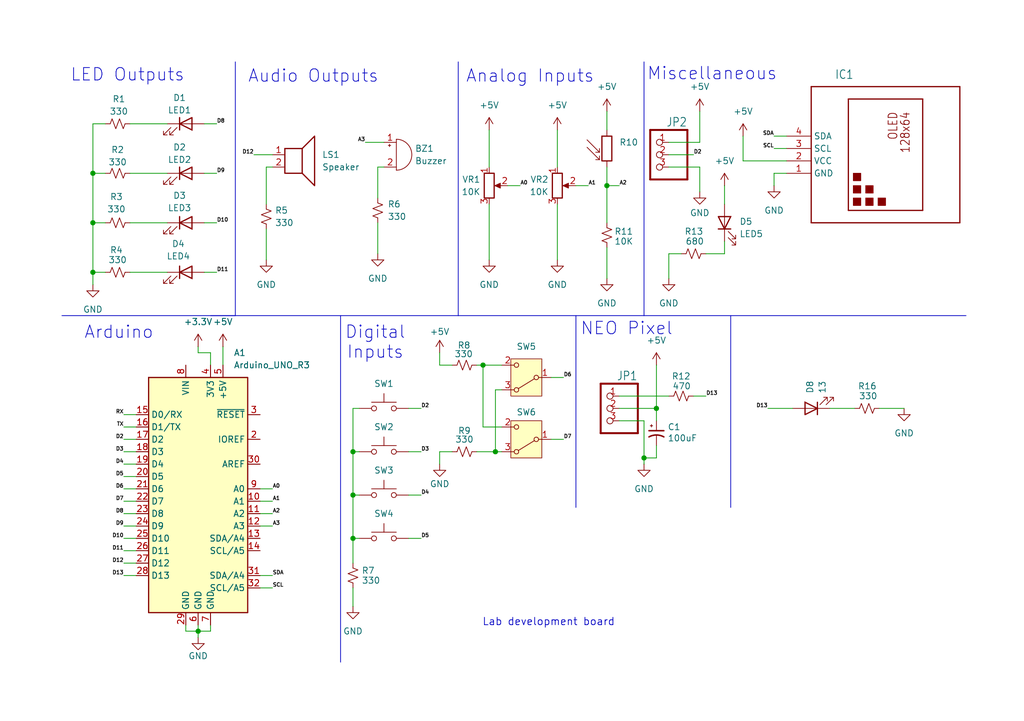
<source format=kicad_sch>
(kicad_sch
	(version 20231120)
	(generator "eeschema")
	(generator_version "8.0")
	(uuid "579d36ac-5636-4987-aef0-d12b30baa0e0")
	(paper "A5")
	(lib_symbols
		(symbol "Device:Buzzer"
			(pin_names
				(offset 0.0254) hide)
			(exclude_from_sim no)
			(in_bom yes)
			(on_board yes)
			(property "Reference" "BZ"
				(at 3.81 1.27 0)
				(effects
					(font
						(size 1.27 1.27)
					)
					(justify left)
				)
			)
			(property "Value" "Buzzer"
				(at 3.81 -1.27 0)
				(effects
					(font
						(size 1.27 1.27)
					)
					(justify left)
				)
			)
			(property "Footprint" ""
				(at -0.635 2.54 90)
				(effects
					(font
						(size 1.27 1.27)
					)
					(hide yes)
				)
			)
			(property "Datasheet" "~"
				(at -0.635 2.54 90)
				(effects
					(font
						(size 1.27 1.27)
					)
					(hide yes)
				)
			)
			(property "Description" "Buzzer, polarized"
				(at 0 0 0)
				(effects
					(font
						(size 1.27 1.27)
					)
					(hide yes)
				)
			)
			(property "ki_keywords" "quartz resonator ceramic"
				(at 0 0 0)
				(effects
					(font
						(size 1.27 1.27)
					)
					(hide yes)
				)
			)
			(property "ki_fp_filters" "*Buzzer*"
				(at 0 0 0)
				(effects
					(font
						(size 1.27 1.27)
					)
					(hide yes)
				)
			)
			(symbol "Buzzer_0_1"
				(arc
					(start 0 -3.175)
					(mid 3.1612 0)
					(end 0 3.175)
					(stroke
						(width 0)
						(type default)
					)
					(fill
						(type none)
					)
				)
				(polyline
					(pts
						(xy -1.651 1.905) (xy -1.143 1.905)
					)
					(stroke
						(width 0)
						(type default)
					)
					(fill
						(type none)
					)
				)
				(polyline
					(pts
						(xy -1.397 2.159) (xy -1.397 1.651)
					)
					(stroke
						(width 0)
						(type default)
					)
					(fill
						(type none)
					)
				)
				(polyline
					(pts
						(xy 0 3.175) (xy 0 -3.175)
					)
					(stroke
						(width 0)
						(type default)
					)
					(fill
						(type none)
					)
				)
			)
			(symbol "Buzzer_1_1"
				(pin passive line
					(at -2.54 2.54 0)
					(length 2.54)
					(name "+"
						(effects
							(font
								(size 1.27 1.27)
							)
						)
					)
					(number "1"
						(effects
							(font
								(size 1.27 1.27)
							)
						)
					)
				)
				(pin passive line
					(at -2.54 -2.54 0)
					(length 2.54)
					(name "-"
						(effects
							(font
								(size 1.27 1.27)
							)
						)
					)
					(number "2"
						(effects
							(font
								(size 1.27 1.27)
							)
						)
					)
				)
			)
		)
		(symbol "Device:C_Polarized_Small_US"
			(pin_numbers hide)
			(pin_names
				(offset 0.254) hide)
			(exclude_from_sim no)
			(in_bom yes)
			(on_board yes)
			(property "Reference" "C"
				(at 0.254 1.778 0)
				(effects
					(font
						(size 1.27 1.27)
					)
					(justify left)
				)
			)
			(property "Value" "C_Polarized_Small_US"
				(at 0.254 -2.032 0)
				(effects
					(font
						(size 1.27 1.27)
					)
					(justify left)
				)
			)
			(property "Footprint" ""
				(at 0 0 0)
				(effects
					(font
						(size 1.27 1.27)
					)
					(hide yes)
				)
			)
			(property "Datasheet" "~"
				(at 0 0 0)
				(effects
					(font
						(size 1.27 1.27)
					)
					(hide yes)
				)
			)
			(property "Description" "Polarized capacitor, small US symbol"
				(at 0 0 0)
				(effects
					(font
						(size 1.27 1.27)
					)
					(hide yes)
				)
			)
			(property "ki_keywords" "cap capacitor"
				(at 0 0 0)
				(effects
					(font
						(size 1.27 1.27)
					)
					(hide yes)
				)
			)
			(property "ki_fp_filters" "CP_*"
				(at 0 0 0)
				(effects
					(font
						(size 1.27 1.27)
					)
					(hide yes)
				)
			)
			(symbol "C_Polarized_Small_US_0_1"
				(polyline
					(pts
						(xy -1.524 0.508) (xy 1.524 0.508)
					)
					(stroke
						(width 0.3048)
						(type default)
					)
					(fill
						(type none)
					)
				)
				(polyline
					(pts
						(xy -1.27 1.524) (xy -0.762 1.524)
					)
					(stroke
						(width 0)
						(type default)
					)
					(fill
						(type none)
					)
				)
				(polyline
					(pts
						(xy -1.016 1.27) (xy -1.016 1.778)
					)
					(stroke
						(width 0)
						(type default)
					)
					(fill
						(type none)
					)
				)
				(arc
					(start 1.524 -0.762)
					(mid 0 -0.3734)
					(end -1.524 -0.762)
					(stroke
						(width 0.3048)
						(type default)
					)
					(fill
						(type none)
					)
				)
			)
			(symbol "C_Polarized_Small_US_1_1"
				(pin passive line
					(at 0 2.54 270)
					(length 2.032)
					(name "~"
						(effects
							(font
								(size 1.27 1.27)
							)
						)
					)
					(number "1"
						(effects
							(font
								(size 1.27 1.27)
							)
						)
					)
				)
				(pin passive line
					(at 0 -2.54 90)
					(length 2.032)
					(name "~"
						(effects
							(font
								(size 1.27 1.27)
							)
						)
					)
					(number "2"
						(effects
							(font
								(size 1.27 1.27)
							)
						)
					)
				)
			)
		)
		(symbol "Device:LED"
			(pin_numbers hide)
			(pin_names
				(offset 1.016) hide)
			(exclude_from_sim no)
			(in_bom yes)
			(on_board yes)
			(property "Reference" "D"
				(at 0 2.54 0)
				(effects
					(font
						(size 1.27 1.27)
					)
				)
			)
			(property "Value" "LED"
				(at 0 -2.54 0)
				(effects
					(font
						(size 1.27 1.27)
					)
				)
			)
			(property "Footprint" ""
				(at 0 0 0)
				(effects
					(font
						(size 1.27 1.27)
					)
					(hide yes)
				)
			)
			(property "Datasheet" "~"
				(at 0 0 0)
				(effects
					(font
						(size 1.27 1.27)
					)
					(hide yes)
				)
			)
			(property "Description" "Light emitting diode"
				(at 0 0 0)
				(effects
					(font
						(size 1.27 1.27)
					)
					(hide yes)
				)
			)
			(property "ki_keywords" "LED diode"
				(at 0 0 0)
				(effects
					(font
						(size 1.27 1.27)
					)
					(hide yes)
				)
			)
			(property "ki_fp_filters" "LED* LED_SMD:* LED_THT:*"
				(at 0 0 0)
				(effects
					(font
						(size 1.27 1.27)
					)
					(hide yes)
				)
			)
			(symbol "LED_0_1"
				(polyline
					(pts
						(xy -1.27 -1.27) (xy -1.27 1.27)
					)
					(stroke
						(width 0.254)
						(type default)
					)
					(fill
						(type none)
					)
				)
				(polyline
					(pts
						(xy -1.27 0) (xy 1.27 0)
					)
					(stroke
						(width 0)
						(type default)
					)
					(fill
						(type none)
					)
				)
				(polyline
					(pts
						(xy 1.27 -1.27) (xy 1.27 1.27) (xy -1.27 0) (xy 1.27 -1.27)
					)
					(stroke
						(width 0.254)
						(type default)
					)
					(fill
						(type none)
					)
				)
				(polyline
					(pts
						(xy -3.048 -0.762) (xy -4.572 -2.286) (xy -3.81 -2.286) (xy -4.572 -2.286) (xy -4.572 -1.524)
					)
					(stroke
						(width 0)
						(type default)
					)
					(fill
						(type none)
					)
				)
				(polyline
					(pts
						(xy -1.778 -0.762) (xy -3.302 -2.286) (xy -2.54 -2.286) (xy -3.302 -2.286) (xy -3.302 -1.524)
					)
					(stroke
						(width 0)
						(type default)
					)
					(fill
						(type none)
					)
				)
			)
			(symbol "LED_1_1"
				(pin passive line
					(at -3.81 0 0)
					(length 2.54)
					(name "K"
						(effects
							(font
								(size 1.27 1.27)
							)
						)
					)
					(number "1"
						(effects
							(font
								(size 1.27 1.27)
							)
						)
					)
				)
				(pin passive line
					(at 3.81 0 180)
					(length 2.54)
					(name "A"
						(effects
							(font
								(size 1.27 1.27)
							)
						)
					)
					(number "2"
						(effects
							(font
								(size 1.27 1.27)
							)
						)
					)
				)
			)
		)
		(symbol "Device:R_Photo"
			(pin_numbers hide)
			(pin_names
				(offset 0)
			)
			(exclude_from_sim no)
			(in_bom yes)
			(on_board yes)
			(property "Reference" "R"
				(at 1.27 1.27 0)
				(effects
					(font
						(size 1.27 1.27)
					)
					(justify left)
				)
			)
			(property "Value" "R_Photo"
				(at 1.27 0 0)
				(effects
					(font
						(size 1.27 1.27)
					)
					(justify left top)
				)
			)
			(property "Footprint" ""
				(at 1.27 -6.35 90)
				(effects
					(font
						(size 1.27 1.27)
					)
					(justify left)
					(hide yes)
				)
			)
			(property "Datasheet" "~"
				(at 0 -1.27 0)
				(effects
					(font
						(size 1.27 1.27)
					)
					(hide yes)
				)
			)
			(property "Description" "Photoresistor"
				(at 0 0 0)
				(effects
					(font
						(size 1.27 1.27)
					)
					(hide yes)
				)
			)
			(property "ki_keywords" "resistor variable light sensitive opto LDR"
				(at 0 0 0)
				(effects
					(font
						(size 1.27 1.27)
					)
					(hide yes)
				)
			)
			(property "ki_fp_filters" "*LDR* R?LDR*"
				(at 0 0 0)
				(effects
					(font
						(size 1.27 1.27)
					)
					(hide yes)
				)
			)
			(symbol "R_Photo_0_1"
				(rectangle
					(start -1.016 2.54)
					(end 1.016 -2.54)
					(stroke
						(width 0.254)
						(type default)
					)
					(fill
						(type none)
					)
				)
				(polyline
					(pts
						(xy -1.524 -2.286) (xy -4.064 0.254)
					)
					(stroke
						(width 0)
						(type default)
					)
					(fill
						(type none)
					)
				)
				(polyline
					(pts
						(xy -1.524 -2.286) (xy -2.286 -2.286)
					)
					(stroke
						(width 0)
						(type default)
					)
					(fill
						(type none)
					)
				)
				(polyline
					(pts
						(xy -1.524 -2.286) (xy -1.524 -1.524)
					)
					(stroke
						(width 0)
						(type default)
					)
					(fill
						(type none)
					)
				)
				(polyline
					(pts
						(xy -1.524 -0.762) (xy -4.064 1.778)
					)
					(stroke
						(width 0)
						(type default)
					)
					(fill
						(type none)
					)
				)
				(polyline
					(pts
						(xy -1.524 -0.762) (xy -2.286 -0.762)
					)
					(stroke
						(width 0)
						(type default)
					)
					(fill
						(type none)
					)
				)
				(polyline
					(pts
						(xy -1.524 -0.762) (xy -1.524 0)
					)
					(stroke
						(width 0)
						(type default)
					)
					(fill
						(type none)
					)
				)
			)
			(symbol "R_Photo_1_1"
				(pin passive line
					(at 0 3.81 270)
					(length 1.27)
					(name "~"
						(effects
							(font
								(size 1.27 1.27)
							)
						)
					)
					(number "1"
						(effects
							(font
								(size 1.27 1.27)
							)
						)
					)
				)
				(pin passive line
					(at 0 -3.81 90)
					(length 1.27)
					(name "~"
						(effects
							(font
								(size 1.27 1.27)
							)
						)
					)
					(number "2"
						(effects
							(font
								(size 1.27 1.27)
							)
						)
					)
				)
			)
		)
		(symbol "Device:R_Potentiometer"
			(pin_names
				(offset 1.016) hide)
			(exclude_from_sim no)
			(in_bom yes)
			(on_board yes)
			(property "Reference" "RV"
				(at -4.445 0 90)
				(effects
					(font
						(size 1.27 1.27)
					)
				)
			)
			(property "Value" "R_Potentiometer"
				(at -2.54 0 90)
				(effects
					(font
						(size 1.27 1.27)
					)
				)
			)
			(property "Footprint" ""
				(at 0 0 0)
				(effects
					(font
						(size 1.27 1.27)
					)
					(hide yes)
				)
			)
			(property "Datasheet" "~"
				(at 0 0 0)
				(effects
					(font
						(size 1.27 1.27)
					)
					(hide yes)
				)
			)
			(property "Description" "Potentiometer"
				(at 0 0 0)
				(effects
					(font
						(size 1.27 1.27)
					)
					(hide yes)
				)
			)
			(property "ki_keywords" "resistor variable"
				(at 0 0 0)
				(effects
					(font
						(size 1.27 1.27)
					)
					(hide yes)
				)
			)
			(property "ki_fp_filters" "Potentiometer*"
				(at 0 0 0)
				(effects
					(font
						(size 1.27 1.27)
					)
					(hide yes)
				)
			)
			(symbol "R_Potentiometer_0_1"
				(polyline
					(pts
						(xy 2.54 0) (xy 1.524 0)
					)
					(stroke
						(width 0)
						(type default)
					)
					(fill
						(type none)
					)
				)
				(polyline
					(pts
						(xy 1.143 0) (xy 2.286 0.508) (xy 2.286 -0.508) (xy 1.143 0)
					)
					(stroke
						(width 0)
						(type default)
					)
					(fill
						(type outline)
					)
				)
				(rectangle
					(start 1.016 2.54)
					(end -1.016 -2.54)
					(stroke
						(width 0.254)
						(type default)
					)
					(fill
						(type none)
					)
				)
			)
			(symbol "R_Potentiometer_1_1"
				(pin passive line
					(at 0 3.81 270)
					(length 1.27)
					(name "1"
						(effects
							(font
								(size 1.27 1.27)
							)
						)
					)
					(number "1"
						(effects
							(font
								(size 1.27 1.27)
							)
						)
					)
				)
				(pin passive line
					(at 3.81 0 180)
					(length 1.27)
					(name "2"
						(effects
							(font
								(size 1.27 1.27)
							)
						)
					)
					(number "2"
						(effects
							(font
								(size 1.27 1.27)
							)
						)
					)
				)
				(pin passive line
					(at 0 -3.81 90)
					(length 1.27)
					(name "3"
						(effects
							(font
								(size 1.27 1.27)
							)
						)
					)
					(number "3"
						(effects
							(font
								(size 1.27 1.27)
							)
						)
					)
				)
			)
		)
		(symbol "Device:R_Small_US"
			(pin_numbers hide)
			(pin_names
				(offset 0.254) hide)
			(exclude_from_sim no)
			(in_bom yes)
			(on_board yes)
			(property "Reference" "R"
				(at 0.762 0.508 0)
				(effects
					(font
						(size 1.27 1.27)
					)
					(justify left)
				)
			)
			(property "Value" "R_Small_US"
				(at 0.762 -1.016 0)
				(effects
					(font
						(size 1.27 1.27)
					)
					(justify left)
				)
			)
			(property "Footprint" ""
				(at 0 0 0)
				(effects
					(font
						(size 1.27 1.27)
					)
					(hide yes)
				)
			)
			(property "Datasheet" "~"
				(at 0 0 0)
				(effects
					(font
						(size 1.27 1.27)
					)
					(hide yes)
				)
			)
			(property "Description" "Resistor, small US symbol"
				(at 0 0 0)
				(effects
					(font
						(size 1.27 1.27)
					)
					(hide yes)
				)
			)
			(property "ki_keywords" "r resistor"
				(at 0 0 0)
				(effects
					(font
						(size 1.27 1.27)
					)
					(hide yes)
				)
			)
			(property "ki_fp_filters" "R_*"
				(at 0 0 0)
				(effects
					(font
						(size 1.27 1.27)
					)
					(hide yes)
				)
			)
			(symbol "R_Small_US_1_1"
				(polyline
					(pts
						(xy 0 0) (xy 1.016 -0.381) (xy 0 -0.762) (xy -1.016 -1.143) (xy 0 -1.524)
					)
					(stroke
						(width 0)
						(type default)
					)
					(fill
						(type none)
					)
				)
				(polyline
					(pts
						(xy 0 1.524) (xy 1.016 1.143) (xy 0 0.762) (xy -1.016 0.381) (xy 0 0)
					)
					(stroke
						(width 0)
						(type default)
					)
					(fill
						(type none)
					)
				)
				(pin passive line
					(at 0 2.54 270)
					(length 1.016)
					(name "~"
						(effects
							(font
								(size 1.27 1.27)
							)
						)
					)
					(number "1"
						(effects
							(font
								(size 1.27 1.27)
							)
						)
					)
				)
				(pin passive line
					(at 0 -2.54 90)
					(length 1.016)
					(name "~"
						(effects
							(font
								(size 1.27 1.27)
							)
						)
					)
					(number "2"
						(effects
							(font
								(size 1.27 1.27)
							)
						)
					)
				)
			)
		)
		(symbol "Device:Speaker"
			(pin_names
				(offset 0) hide)
			(exclude_from_sim no)
			(in_bom yes)
			(on_board yes)
			(property "Reference" "LS"
				(at 1.27 5.715 0)
				(effects
					(font
						(size 1.27 1.27)
					)
					(justify right)
				)
			)
			(property "Value" "Speaker"
				(at 1.27 3.81 0)
				(effects
					(font
						(size 1.27 1.27)
					)
					(justify right)
				)
			)
			(property "Footprint" ""
				(at 0 -5.08 0)
				(effects
					(font
						(size 1.27 1.27)
					)
					(hide yes)
				)
			)
			(property "Datasheet" "~"
				(at -0.254 -1.27 0)
				(effects
					(font
						(size 1.27 1.27)
					)
					(hide yes)
				)
			)
			(property "Description" "Speaker"
				(at 0 0 0)
				(effects
					(font
						(size 1.27 1.27)
					)
					(hide yes)
				)
			)
			(property "ki_keywords" "speaker sound"
				(at 0 0 0)
				(effects
					(font
						(size 1.27 1.27)
					)
					(hide yes)
				)
			)
			(symbol "Speaker_0_0"
				(rectangle
					(start -2.54 1.27)
					(end 1.016 -3.81)
					(stroke
						(width 0.254)
						(type default)
					)
					(fill
						(type none)
					)
				)
				(polyline
					(pts
						(xy 1.016 1.27) (xy 3.556 3.81) (xy 3.556 -6.35) (xy 1.016 -3.81)
					)
					(stroke
						(width 0.254)
						(type default)
					)
					(fill
						(type none)
					)
				)
			)
			(symbol "Speaker_1_1"
				(pin input line
					(at -5.08 0 0)
					(length 2.54)
					(name "1"
						(effects
							(font
								(size 1.27 1.27)
							)
						)
					)
					(number "1"
						(effects
							(font
								(size 1.27 1.27)
							)
						)
					)
				)
				(pin input line
					(at -5.08 -2.54 0)
					(length 2.54)
					(name "2"
						(effects
							(font
								(size 1.27 1.27)
							)
						)
					)
					(number "2"
						(effects
							(font
								(size 1.27 1.27)
							)
						)
					)
				)
			)
		)
		(symbol "Lab Dev Board-eagle-import:DISPLAY-OLED-128X64-I2C"
			(exclude_from_sim no)
			(in_bom yes)
			(on_board yes)
			(property "Reference" "IC"
				(at 15.24 12.7 0)
				(effects
					(font
						(size 1.778 1.5113)
					)
					(justify left bottom)
				)
			)
			(property "Value" ""
				(at 15.24 10.16 0)
				(effects
					(font
						(size 1.778 1.5113)
					)
					(justify left bottom)
				)
			)
			(property "Footprint" "Lab Dev Board:DISPLAY-OLED-128X64-I2C"
				(at 0 0 0)
				(effects
					(font
						(size 1.27 1.27)
					)
					(hide yes)
				)
			)
			(property "Datasheet" ""
				(at 0 0 0)
				(effects
					(font
						(size 1.27 1.27)
					)
					(hide yes)
				)
			)
			(property "Description" "128x64 Dot Matrix OLED Module based on SSD1306 chip Variant with I2C interface\n\nMore details available here: http://www.instructables.com/id/Monochrome-096-i2c-OLED-display-with-arduino-SSD13/ http://www.instructables.com/id/Monochrome-096-i2c-OLED-display-with-arduino-SSD13/\n\nSSD1306 datasheet:\nhttps://cdn-shop.adafruit.com/datasheets/SSD1306.pdf https://cdn-shop.adafruit.com/datasheets/SSD1306.pdf\n\nhttp://www.ebay.com/sch/oled+display+128x64+iic Click here to find device on ebay.com Note: There are two variants: I2C and SPI. Search for the proper version."
				(at 0 0 0)
				(effects
					(font
						(size 1.27 1.27)
					)
					(hide yes)
				)
			)
			(property "ki_locked" ""
				(at 0 0 0)
				(effects
					(font
						(size 1.27 1.27)
					)
				)
			)
			(symbol "DISPLAY-OLED-128X64-I2C_1_0"
				(rectangle
					(start -11.684 0)
					(end -10.16 1.524)
					(stroke
						(width 0)
						(type default)
					)
					(fill
						(type outline)
					)
				)
				(rectangle
					(start -11.684 2.54)
					(end -10.16 4.064)
					(stroke
						(width 0)
						(type default)
					)
					(fill
						(type outline)
					)
				)
				(rectangle
					(start -11.684 5.08)
					(end -10.16 6.604)
					(stroke
						(width 0)
						(type default)
					)
					(fill
						(type outline)
					)
				)
				(rectangle
					(start -9.144 2.54)
					(end -7.62 4.064)
					(stroke
						(width 0)
						(type default)
					)
					(fill
						(type outline)
					)
				)
				(rectangle
					(start -9.144 5.08)
					(end -7.62 6.604)
					(stroke
						(width 0)
						(type default)
					)
					(fill
						(type outline)
					)
				)
				(rectangle
					(start -6.604 5.08)
					(end -5.08 6.604)
					(stroke
						(width 0)
						(type default)
					)
					(fill
						(type outline)
					)
				)
				(polyline
					(pts
						(xy -15.24 -15.24) (xy -15.24 15.24)
					)
					(stroke
						(width 0.254)
						(type solid)
					)
					(fill
						(type none)
					)
				)
				(polyline
					(pts
						(xy -15.24 15.24) (xy 12.7 15.24)
					)
					(stroke
						(width 0.254)
						(type solid)
					)
					(fill
						(type none)
					)
				)
				(polyline
					(pts
						(xy -12.7 -7.62) (xy -12.7 7.62)
					)
					(stroke
						(width 0.254)
						(type solid)
					)
					(fill
						(type none)
					)
				)
				(polyline
					(pts
						(xy -12.7 7.62) (xy 10.16 7.62)
					)
					(stroke
						(width 0.254)
						(type solid)
					)
					(fill
						(type none)
					)
				)
				(polyline
					(pts
						(xy 10.16 -7.62) (xy -12.7 -7.62)
					)
					(stroke
						(width 0.254)
						(type solid)
					)
					(fill
						(type none)
					)
				)
				(polyline
					(pts
						(xy 10.16 7.62) (xy 10.16 -7.62)
					)
					(stroke
						(width 0.254)
						(type solid)
					)
					(fill
						(type none)
					)
				)
				(polyline
					(pts
						(xy 12.7 -15.24) (xy -15.24 -15.24)
					)
					(stroke
						(width 0.254)
						(type solid)
					)
					(fill
						(type none)
					)
				)
				(polyline
					(pts
						(xy 12.7 15.24) (xy 12.7 -15.24)
					)
					(stroke
						(width 0.254)
						(type solid)
					)
					(fill
						(type none)
					)
				)
				(text "128x64"
					(at 7.62 -5.08 0)
					(effects
						(font
							(size 1.778 1.5113)
						)
						(justify right bottom)
					)
				)
				(text "OLED"
					(at 7.62 -2.54 0)
					(effects
						(font
							(size 1.778 1.5113)
						)
						(justify right bottom)
					)
				)
				(pin power_in line
					(at -5.08 20.32 270)
					(length 5.08)
					(name "GND"
						(effects
							(font
								(size 1.27 1.27)
							)
						)
					)
					(number "1"
						(effects
							(font
								(size 1.27 1.27)
							)
						)
					)
				)
				(pin power_in line
					(at -2.54 20.32 270)
					(length 5.08)
					(name "VCC"
						(effects
							(font
								(size 1.27 1.27)
							)
						)
					)
					(number "2"
						(effects
							(font
								(size 1.27 1.27)
							)
						)
					)
				)
				(pin bidirectional line
					(at 0 20.32 270)
					(length 5.08)
					(name "SCL"
						(effects
							(font
								(size 1.27 1.27)
							)
						)
					)
					(number "3"
						(effects
							(font
								(size 1.27 1.27)
							)
						)
					)
				)
				(pin bidirectional line
					(at 2.54 20.32 270)
					(length 5.08)
					(name "SDA"
						(effects
							(font
								(size 1.27 1.27)
							)
						)
					)
					(number "4"
						(effects
							(font
								(size 1.27 1.27)
							)
						)
					)
				)
			)
		)
		(symbol "Lab Dev Board-eagle-import:PINHD-1X3/90"
			(exclude_from_sim no)
			(in_bom yes)
			(on_board yes)
			(property "Reference" "JP"
				(at -6.35 5.715 0)
				(effects
					(font
						(size 1.778 1.5113)
					)
					(justify left bottom)
				)
			)
			(property "Value" ""
				(at -6.35 -7.62 0)
				(effects
					(font
						(size 1.778 1.5113)
					)
					(justify left bottom)
				)
			)
			(property "Footprint" "Lab Dev Board:1X03_90"
				(at 0 0 0)
				(effects
					(font
						(size 1.27 1.27)
					)
					(hide yes)
				)
			)
			(property "Datasheet" ""
				(at 0 0 0)
				(effects
					(font
						(size 1.27 1.27)
					)
					(hide yes)
				)
			)
			(property "Description" "PIN HEADER"
				(at 0 0 0)
				(effects
					(font
						(size 1.27 1.27)
					)
					(hide yes)
				)
			)
			(property "ki_locked" ""
				(at 0 0 0)
				(effects
					(font
						(size 1.27 1.27)
					)
				)
			)
			(symbol "PINHD-1X3/90_1_0"
				(polyline
					(pts
						(xy -6.35 -5.08) (xy 1.27 -5.08)
					)
					(stroke
						(width 0.4064)
						(type solid)
					)
					(fill
						(type none)
					)
				)
				(polyline
					(pts
						(xy -6.35 5.08) (xy -6.35 -5.08)
					)
					(stroke
						(width 0.4064)
						(type solid)
					)
					(fill
						(type none)
					)
				)
				(polyline
					(pts
						(xy 1.27 -5.08) (xy 1.27 5.08)
					)
					(stroke
						(width 0.4064)
						(type solid)
					)
					(fill
						(type none)
					)
				)
				(polyline
					(pts
						(xy 1.27 5.08) (xy -6.35 5.08)
					)
					(stroke
						(width 0.4064)
						(type solid)
					)
					(fill
						(type none)
					)
				)
				(pin passive inverted
					(at -2.54 2.54 0)
					(length 2.54)
					(name "1"
						(effects
							(font
								(size 0 0)
							)
						)
					)
					(number "1"
						(effects
							(font
								(size 1.27 1.27)
							)
						)
					)
				)
				(pin passive inverted
					(at -2.54 0 0)
					(length 2.54)
					(name "2"
						(effects
							(font
								(size 0 0)
							)
						)
					)
					(number "2"
						(effects
							(font
								(size 1.27 1.27)
							)
						)
					)
				)
				(pin passive inverted
					(at -2.54 -2.54 0)
					(length 2.54)
					(name "3"
						(effects
							(font
								(size 0 0)
							)
						)
					)
					(number "3"
						(effects
							(font
								(size 1.27 1.27)
							)
						)
					)
				)
			)
		)
		(symbol "MCU_Module:Arduino_UNO_R3"
			(exclude_from_sim no)
			(in_bom yes)
			(on_board yes)
			(property "Reference" "A"
				(at -10.16 23.495 0)
				(effects
					(font
						(size 1.27 1.27)
					)
					(justify left bottom)
				)
			)
			(property "Value" "Arduino_UNO_R3"
				(at 5.08 -26.67 0)
				(effects
					(font
						(size 1.27 1.27)
					)
					(justify left top)
				)
			)
			(property "Footprint" "Module:Arduino_UNO_R3"
				(at 0 0 0)
				(effects
					(font
						(size 1.27 1.27)
						(italic yes)
					)
					(hide yes)
				)
			)
			(property "Datasheet" "https://www.arduino.cc/en/Main/arduinoBoardUno"
				(at 0 0 0)
				(effects
					(font
						(size 1.27 1.27)
					)
					(hide yes)
				)
			)
			(property "Description" "Arduino UNO Microcontroller Module, release 3"
				(at 0 0 0)
				(effects
					(font
						(size 1.27 1.27)
					)
					(hide yes)
				)
			)
			(property "ki_keywords" "Arduino UNO R3 Microcontroller Module Atmel AVR USB"
				(at 0 0 0)
				(effects
					(font
						(size 1.27 1.27)
					)
					(hide yes)
				)
			)
			(property "ki_fp_filters" "Arduino*UNO*R3*"
				(at 0 0 0)
				(effects
					(font
						(size 1.27 1.27)
					)
					(hide yes)
				)
			)
			(symbol "Arduino_UNO_R3_0_1"
				(rectangle
					(start -10.16 22.86)
					(end 10.16 -25.4)
					(stroke
						(width 0.254)
						(type default)
					)
					(fill
						(type background)
					)
				)
			)
			(symbol "Arduino_UNO_R3_1_1"
				(pin no_connect line
					(at -10.16 -20.32 0)
					(length 2.54) hide
					(name "NC"
						(effects
							(font
								(size 1.27 1.27)
							)
						)
					)
					(number "1"
						(effects
							(font
								(size 1.27 1.27)
							)
						)
					)
				)
				(pin bidirectional line
					(at 12.7 -2.54 180)
					(length 2.54)
					(name "A1"
						(effects
							(font
								(size 1.27 1.27)
							)
						)
					)
					(number "10"
						(effects
							(font
								(size 1.27 1.27)
							)
						)
					)
				)
				(pin bidirectional line
					(at 12.7 -5.08 180)
					(length 2.54)
					(name "A2"
						(effects
							(font
								(size 1.27 1.27)
							)
						)
					)
					(number "11"
						(effects
							(font
								(size 1.27 1.27)
							)
						)
					)
				)
				(pin bidirectional line
					(at 12.7 -7.62 180)
					(length 2.54)
					(name "A3"
						(effects
							(font
								(size 1.27 1.27)
							)
						)
					)
					(number "12"
						(effects
							(font
								(size 1.27 1.27)
							)
						)
					)
				)
				(pin bidirectional line
					(at 12.7 -10.16 180)
					(length 2.54)
					(name "SDA/A4"
						(effects
							(font
								(size 1.27 1.27)
							)
						)
					)
					(number "13"
						(effects
							(font
								(size 1.27 1.27)
							)
						)
					)
				)
				(pin bidirectional line
					(at 12.7 -12.7 180)
					(length 2.54)
					(name "SCL/A5"
						(effects
							(font
								(size 1.27 1.27)
							)
						)
					)
					(number "14"
						(effects
							(font
								(size 1.27 1.27)
							)
						)
					)
				)
				(pin bidirectional line
					(at -12.7 15.24 0)
					(length 2.54)
					(name "D0/RX"
						(effects
							(font
								(size 1.27 1.27)
							)
						)
					)
					(number "15"
						(effects
							(font
								(size 1.27 1.27)
							)
						)
					)
				)
				(pin bidirectional line
					(at -12.7 12.7 0)
					(length 2.54)
					(name "D1/TX"
						(effects
							(font
								(size 1.27 1.27)
							)
						)
					)
					(number "16"
						(effects
							(font
								(size 1.27 1.27)
							)
						)
					)
				)
				(pin bidirectional line
					(at -12.7 10.16 0)
					(length 2.54)
					(name "D2"
						(effects
							(font
								(size 1.27 1.27)
							)
						)
					)
					(number "17"
						(effects
							(font
								(size 1.27 1.27)
							)
						)
					)
				)
				(pin bidirectional line
					(at -12.7 7.62 0)
					(length 2.54)
					(name "D3"
						(effects
							(font
								(size 1.27 1.27)
							)
						)
					)
					(number "18"
						(effects
							(font
								(size 1.27 1.27)
							)
						)
					)
				)
				(pin bidirectional line
					(at -12.7 5.08 0)
					(length 2.54)
					(name "D4"
						(effects
							(font
								(size 1.27 1.27)
							)
						)
					)
					(number "19"
						(effects
							(font
								(size 1.27 1.27)
							)
						)
					)
				)
				(pin output line
					(at 12.7 10.16 180)
					(length 2.54)
					(name "IOREF"
						(effects
							(font
								(size 1.27 1.27)
							)
						)
					)
					(number "2"
						(effects
							(font
								(size 1.27 1.27)
							)
						)
					)
				)
				(pin bidirectional line
					(at -12.7 2.54 0)
					(length 2.54)
					(name "D5"
						(effects
							(font
								(size 1.27 1.27)
							)
						)
					)
					(number "20"
						(effects
							(font
								(size 1.27 1.27)
							)
						)
					)
				)
				(pin bidirectional line
					(at -12.7 0 0)
					(length 2.54)
					(name "D6"
						(effects
							(font
								(size 1.27 1.27)
							)
						)
					)
					(number "21"
						(effects
							(font
								(size 1.27 1.27)
							)
						)
					)
				)
				(pin bidirectional line
					(at -12.7 -2.54 0)
					(length 2.54)
					(name "D7"
						(effects
							(font
								(size 1.27 1.27)
							)
						)
					)
					(number "22"
						(effects
							(font
								(size 1.27 1.27)
							)
						)
					)
				)
				(pin bidirectional line
					(at -12.7 -5.08 0)
					(length 2.54)
					(name "D8"
						(effects
							(font
								(size 1.27 1.27)
							)
						)
					)
					(number "23"
						(effects
							(font
								(size 1.27 1.27)
							)
						)
					)
				)
				(pin bidirectional line
					(at -12.7 -7.62 0)
					(length 2.54)
					(name "D9"
						(effects
							(font
								(size 1.27 1.27)
							)
						)
					)
					(number "24"
						(effects
							(font
								(size 1.27 1.27)
							)
						)
					)
				)
				(pin bidirectional line
					(at -12.7 -10.16 0)
					(length 2.54)
					(name "D10"
						(effects
							(font
								(size 1.27 1.27)
							)
						)
					)
					(number "25"
						(effects
							(font
								(size 1.27 1.27)
							)
						)
					)
				)
				(pin bidirectional line
					(at -12.7 -12.7 0)
					(length 2.54)
					(name "D11"
						(effects
							(font
								(size 1.27 1.27)
							)
						)
					)
					(number "26"
						(effects
							(font
								(size 1.27 1.27)
							)
						)
					)
				)
				(pin bidirectional line
					(at -12.7 -15.24 0)
					(length 2.54)
					(name "D12"
						(effects
							(font
								(size 1.27 1.27)
							)
						)
					)
					(number "27"
						(effects
							(font
								(size 1.27 1.27)
							)
						)
					)
				)
				(pin bidirectional line
					(at -12.7 -17.78 0)
					(length 2.54)
					(name "D13"
						(effects
							(font
								(size 1.27 1.27)
							)
						)
					)
					(number "28"
						(effects
							(font
								(size 1.27 1.27)
							)
						)
					)
				)
				(pin power_in line
					(at -2.54 -27.94 90)
					(length 2.54)
					(name "GND"
						(effects
							(font
								(size 1.27 1.27)
							)
						)
					)
					(number "29"
						(effects
							(font
								(size 1.27 1.27)
							)
						)
					)
				)
				(pin input line
					(at 12.7 15.24 180)
					(length 2.54)
					(name "~{RESET}"
						(effects
							(font
								(size 1.27 1.27)
							)
						)
					)
					(number "3"
						(effects
							(font
								(size 1.27 1.27)
							)
						)
					)
				)
				(pin input line
					(at 12.7 5.08 180)
					(length 2.54)
					(name "AREF"
						(effects
							(font
								(size 1.27 1.27)
							)
						)
					)
					(number "30"
						(effects
							(font
								(size 1.27 1.27)
							)
						)
					)
				)
				(pin bidirectional line
					(at 12.7 -17.78 180)
					(length 2.54)
					(name "SDA/A4"
						(effects
							(font
								(size 1.27 1.27)
							)
						)
					)
					(number "31"
						(effects
							(font
								(size 1.27 1.27)
							)
						)
					)
				)
				(pin bidirectional line
					(at 12.7 -20.32 180)
					(length 2.54)
					(name "SCL/A5"
						(effects
							(font
								(size 1.27 1.27)
							)
						)
					)
					(number "32"
						(effects
							(font
								(size 1.27 1.27)
							)
						)
					)
				)
				(pin power_out line
					(at 2.54 25.4 270)
					(length 2.54)
					(name "3V3"
						(effects
							(font
								(size 1.27 1.27)
							)
						)
					)
					(number "4"
						(effects
							(font
								(size 1.27 1.27)
							)
						)
					)
				)
				(pin power_out line
					(at 5.08 25.4 270)
					(length 2.54)
					(name "+5V"
						(effects
							(font
								(size 1.27 1.27)
							)
						)
					)
					(number "5"
						(effects
							(font
								(size 1.27 1.27)
							)
						)
					)
				)
				(pin power_in line
					(at 0 -27.94 90)
					(length 2.54)
					(name "GND"
						(effects
							(font
								(size 1.27 1.27)
							)
						)
					)
					(number "6"
						(effects
							(font
								(size 1.27 1.27)
							)
						)
					)
				)
				(pin power_in line
					(at 2.54 -27.94 90)
					(length 2.54)
					(name "GND"
						(effects
							(font
								(size 1.27 1.27)
							)
						)
					)
					(number "7"
						(effects
							(font
								(size 1.27 1.27)
							)
						)
					)
				)
				(pin power_in line
					(at -2.54 25.4 270)
					(length 2.54)
					(name "VIN"
						(effects
							(font
								(size 1.27 1.27)
							)
						)
					)
					(number "8"
						(effects
							(font
								(size 1.27 1.27)
							)
						)
					)
				)
				(pin bidirectional line
					(at 12.7 0 180)
					(length 2.54)
					(name "A0"
						(effects
							(font
								(size 1.27 1.27)
							)
						)
					)
					(number "9"
						(effects
							(font
								(size 1.27 1.27)
							)
						)
					)
				)
			)
		)
		(symbol "Switch:SW_Push"
			(pin_numbers hide)
			(pin_names
				(offset 1.016) hide)
			(exclude_from_sim no)
			(in_bom yes)
			(on_board yes)
			(property "Reference" "SW"
				(at 1.27 2.54 0)
				(effects
					(font
						(size 1.27 1.27)
					)
					(justify left)
				)
			)
			(property "Value" "SW_Push"
				(at 0 -1.524 0)
				(effects
					(font
						(size 1.27 1.27)
					)
				)
			)
			(property "Footprint" ""
				(at 0 5.08 0)
				(effects
					(font
						(size 1.27 1.27)
					)
					(hide yes)
				)
			)
			(property "Datasheet" "~"
				(at 0 5.08 0)
				(effects
					(font
						(size 1.27 1.27)
					)
					(hide yes)
				)
			)
			(property "Description" "Push button switch, generic, two pins"
				(at 0 0 0)
				(effects
					(font
						(size 1.27 1.27)
					)
					(hide yes)
				)
			)
			(property "ki_keywords" "switch normally-open pushbutton push-button"
				(at 0 0 0)
				(effects
					(font
						(size 1.27 1.27)
					)
					(hide yes)
				)
			)
			(symbol "SW_Push_0_1"
				(circle
					(center -2.032 0)
					(radius 0.508)
					(stroke
						(width 0)
						(type default)
					)
					(fill
						(type none)
					)
				)
				(polyline
					(pts
						(xy 0 1.27) (xy 0 3.048)
					)
					(stroke
						(width 0)
						(type default)
					)
					(fill
						(type none)
					)
				)
				(polyline
					(pts
						(xy 2.54 1.27) (xy -2.54 1.27)
					)
					(stroke
						(width 0)
						(type default)
					)
					(fill
						(type none)
					)
				)
				(circle
					(center 2.032 0)
					(radius 0.508)
					(stroke
						(width 0)
						(type default)
					)
					(fill
						(type none)
					)
				)
				(pin passive line
					(at -5.08 0 0)
					(length 2.54)
					(name "1"
						(effects
							(font
								(size 1.27 1.27)
							)
						)
					)
					(number "1"
						(effects
							(font
								(size 1.27 1.27)
							)
						)
					)
				)
				(pin passive line
					(at 5.08 0 180)
					(length 2.54)
					(name "2"
						(effects
							(font
								(size 1.27 1.27)
							)
						)
					)
					(number "2"
						(effects
							(font
								(size 1.27 1.27)
							)
						)
					)
				)
			)
		)
		(symbol "Switch:SW_Wuerth_450301014042"
			(pin_names
				(offset 1) hide)
			(exclude_from_sim no)
			(in_bom yes)
			(on_board yes)
			(property "Reference" "SW"
				(at 0 5.08 0)
				(effects
					(font
						(size 1.27 1.27)
					)
				)
			)
			(property "Value" "SW_Wuerth_450301014042"
				(at 0 -5.08 0)
				(effects
					(font
						(size 1.27 1.27)
					)
				)
			)
			(property "Footprint" "Button_Switch_THT:SW_Slide-03_Wuerth-WS-SLTV_10x2.5x6.4_P2.54mm"
				(at 0 -10.16 0)
				(effects
					(font
						(size 1.27 1.27)
					)
					(hide yes)
				)
			)
			(property "Datasheet" "https://www.we-online.com/components/products/datasheet/450301014042.pdf"
				(at 0 -7.62 0)
				(effects
					(font
						(size 1.27 1.27)
					)
					(hide yes)
				)
			)
			(property "Description" "Switch slide, single pole double throw"
				(at 0 0 0)
				(effects
					(font
						(size 1.27 1.27)
					)
					(hide yes)
				)
			)
			(property "ki_keywords" "changeover single-pole opposite-side-connection double-throw spdt ON-ON"
				(at 0 0 0)
				(effects
					(font
						(size 1.27 1.27)
					)
					(hide yes)
				)
			)
			(property "ki_fp_filters" "SW*Wuerth*WS*SLTV*10x2.5x6.4*P2.54mm*"
				(at 0 0 0)
				(effects
					(font
						(size 1.27 1.27)
					)
					(hide yes)
				)
			)
			(symbol "SW_Wuerth_450301014042_0_1"
				(circle
					(center -2.032 0)
					(radius 0.4572)
					(stroke
						(width 0)
						(type default)
					)
					(fill
						(type none)
					)
				)
				(polyline
					(pts
						(xy -1.651 0.254) (xy 1.651 2.286)
					)
					(stroke
						(width 0)
						(type default)
					)
					(fill
						(type none)
					)
				)
				(circle
					(center 2.032 -2.54)
					(radius 0.4572)
					(stroke
						(width 0)
						(type default)
					)
					(fill
						(type none)
					)
				)
				(circle
					(center 2.032 2.54)
					(radius 0.4572)
					(stroke
						(width 0)
						(type default)
					)
					(fill
						(type none)
					)
				)
			)
			(symbol "SW_Wuerth_450301014042_1_1"
				(rectangle
					(start -3.175 3.81)
					(end 3.175 -3.81)
					(stroke
						(width 0)
						(type default)
					)
					(fill
						(type background)
					)
				)
				(pin passive line
					(at -5.08 0 0)
					(length 2.54)
					(name "B"
						(effects
							(font
								(size 1.27 1.27)
							)
						)
					)
					(number "1"
						(effects
							(font
								(size 1.27 1.27)
							)
						)
					)
				)
				(pin passive line
					(at 5.08 -2.54 180)
					(length 2.54)
					(name "C"
						(effects
							(font
								(size 1.27 1.27)
							)
						)
					)
					(number "2"
						(effects
							(font
								(size 1.27 1.27)
							)
						)
					)
				)
				(pin passive line
					(at 5.08 2.54 180)
					(length 2.54)
					(name "A"
						(effects
							(font
								(size 1.27 1.27)
							)
						)
					)
					(number "3"
						(effects
							(font
								(size 1.27 1.27)
							)
						)
					)
				)
			)
		)
		(symbol "power:+3.3V"
			(power)
			(pin_numbers hide)
			(pin_names
				(offset 0) hide)
			(exclude_from_sim no)
			(in_bom yes)
			(on_board yes)
			(property "Reference" "#PWR"
				(at 0 -3.81 0)
				(effects
					(font
						(size 1.27 1.27)
					)
					(hide yes)
				)
			)
			(property "Value" "+3.3V"
				(at 0 3.556 0)
				(effects
					(font
						(size 1.27 1.27)
					)
				)
			)
			(property "Footprint" ""
				(at 0 0 0)
				(effects
					(font
						(size 1.27 1.27)
					)
					(hide yes)
				)
			)
			(property "Datasheet" ""
				(at 0 0 0)
				(effects
					(font
						(size 1.27 1.27)
					)
					(hide yes)
				)
			)
			(property "Description" "Power symbol creates a global label with name \"+3.3V\""
				(at 0 0 0)
				(effects
					(font
						(size 1.27 1.27)
					)
					(hide yes)
				)
			)
			(property "ki_keywords" "global power"
				(at 0 0 0)
				(effects
					(font
						(size 1.27 1.27)
					)
					(hide yes)
				)
			)
			(symbol "+3.3V_0_1"
				(polyline
					(pts
						(xy -0.762 1.27) (xy 0 2.54)
					)
					(stroke
						(width 0)
						(type default)
					)
					(fill
						(type none)
					)
				)
				(polyline
					(pts
						(xy 0 0) (xy 0 2.54)
					)
					(stroke
						(width 0)
						(type default)
					)
					(fill
						(type none)
					)
				)
				(polyline
					(pts
						(xy 0 2.54) (xy 0.762 1.27)
					)
					(stroke
						(width 0)
						(type default)
					)
					(fill
						(type none)
					)
				)
			)
			(symbol "+3.3V_1_1"
				(pin power_in line
					(at 0 0 90)
					(length 0)
					(name "~"
						(effects
							(font
								(size 1.27 1.27)
							)
						)
					)
					(number "1"
						(effects
							(font
								(size 1.27 1.27)
							)
						)
					)
				)
			)
		)
		(symbol "power:+5V"
			(power)
			(pin_numbers hide)
			(pin_names
				(offset 0) hide)
			(exclude_from_sim no)
			(in_bom yes)
			(on_board yes)
			(property "Reference" "#PWR"
				(at 0 -3.81 0)
				(effects
					(font
						(size 1.27 1.27)
					)
					(hide yes)
				)
			)
			(property "Value" "+5V"
				(at 0 3.556 0)
				(effects
					(font
						(size 1.27 1.27)
					)
				)
			)
			(property "Footprint" ""
				(at 0 0 0)
				(effects
					(font
						(size 1.27 1.27)
					)
					(hide yes)
				)
			)
			(property "Datasheet" ""
				(at 0 0 0)
				(effects
					(font
						(size 1.27 1.27)
					)
					(hide yes)
				)
			)
			(property "Description" "Power symbol creates a global label with name \"+5V\""
				(at 0 0 0)
				(effects
					(font
						(size 1.27 1.27)
					)
					(hide yes)
				)
			)
			(property "ki_keywords" "global power"
				(at 0 0 0)
				(effects
					(font
						(size 1.27 1.27)
					)
					(hide yes)
				)
			)
			(symbol "+5V_0_1"
				(polyline
					(pts
						(xy -0.762 1.27) (xy 0 2.54)
					)
					(stroke
						(width 0)
						(type default)
					)
					(fill
						(type none)
					)
				)
				(polyline
					(pts
						(xy 0 0) (xy 0 2.54)
					)
					(stroke
						(width 0)
						(type default)
					)
					(fill
						(type none)
					)
				)
				(polyline
					(pts
						(xy 0 2.54) (xy 0.762 1.27)
					)
					(stroke
						(width 0)
						(type default)
					)
					(fill
						(type none)
					)
				)
			)
			(symbol "+5V_1_1"
				(pin power_in line
					(at 0 0 90)
					(length 0)
					(name "~"
						(effects
							(font
								(size 1.27 1.27)
							)
						)
					)
					(number "1"
						(effects
							(font
								(size 1.27 1.27)
							)
						)
					)
				)
			)
		)
		(symbol "power:GND"
			(power)
			(pin_numbers hide)
			(pin_names
				(offset 0) hide)
			(exclude_from_sim no)
			(in_bom yes)
			(on_board yes)
			(property "Reference" "#PWR"
				(at 0 -6.35 0)
				(effects
					(font
						(size 1.27 1.27)
					)
					(hide yes)
				)
			)
			(property "Value" "GND"
				(at 0 -3.81 0)
				(effects
					(font
						(size 1.27 1.27)
					)
				)
			)
			(property "Footprint" ""
				(at 0 0 0)
				(effects
					(font
						(size 1.27 1.27)
					)
					(hide yes)
				)
			)
			(property "Datasheet" ""
				(at 0 0 0)
				(effects
					(font
						(size 1.27 1.27)
					)
					(hide yes)
				)
			)
			(property "Description" "Power symbol creates a global label with name \"GND\" , ground"
				(at 0 0 0)
				(effects
					(font
						(size 1.27 1.27)
					)
					(hide yes)
				)
			)
			(property "ki_keywords" "global power"
				(at 0 0 0)
				(effects
					(font
						(size 1.27 1.27)
					)
					(hide yes)
				)
			)
			(symbol "GND_0_1"
				(polyline
					(pts
						(xy 0 0) (xy 0 -1.27) (xy 1.27 -1.27) (xy 0 -2.54) (xy -1.27 -1.27) (xy 0 -1.27)
					)
					(stroke
						(width 0)
						(type default)
					)
					(fill
						(type none)
					)
				)
			)
			(symbol "GND_1_1"
				(pin power_in line
					(at 0 0 270)
					(length 0)
					(name "~"
						(effects
							(font
								(size 1.27 1.27)
							)
						)
					)
					(number "1"
						(effects
							(font
								(size 1.27 1.27)
							)
						)
					)
				)
			)
		)
	)
	(junction
		(at 19.05 35.56)
		(diameter 0)
		(color 0 0 0 0)
		(uuid "569351d9-b805-4f9c-949e-623bd69d3743")
	)
	(junction
		(at 19.05 55.88)
		(diameter 0)
		(color 0 0 0 0)
		(uuid "6a9f1e2d-ca46-42a6-886e-83b2977bd2d3")
	)
	(junction
		(at 72.39 92.71)
		(diameter 0)
		(color 0 0 0 0)
		(uuid "7612576c-7d27-414d-8c13-5fa5384f59bb")
	)
	(junction
		(at 124.46 38.1)
		(diameter 0)
		(color 0 0 0 0)
		(uuid "87a67dfc-6aed-4688-91fb-819d139f0ecf")
	)
	(junction
		(at 72.39 101.6)
		(diameter 0)
		(color 0 0 0 0)
		(uuid "95ccdad8-763a-4ad6-b06f-0f5598317036")
	)
	(junction
		(at 40.64 129.54)
		(diameter 0)
		(color 0 0 0 0)
		(uuid "9edb1c38-ca0b-4c36-8c04-7d3426fef867")
	)
	(junction
		(at 134.62 83.82)
		(diameter 0)
		(color 0 0 0 0)
		(uuid "a201018b-d527-426d-84ac-68e37189fa05")
	)
	(junction
		(at 19.05 45.72)
		(diameter 0)
		(color 0 0 0 0)
		(uuid "b7f8c3f0-b080-43de-a102-ee0e2c9f0675")
	)
	(junction
		(at 72.39 110.49)
		(diameter 0)
		(color 0 0 0 0)
		(uuid "d064ad86-2ab0-4a43-bb8f-dda2b3dd10e3")
	)
	(junction
		(at 132.08 93.98)
		(diameter 0)
		(color 0 0 0 0)
		(uuid "e0600198-6e55-4293-8d32-72d61d443da8")
	)
	(junction
		(at 101.6 92.71)
		(diameter 0)
		(color 0 0 0 0)
		(uuid "e19a6046-6e7c-4333-97fe-14e58c71ae38")
	)
	(junction
		(at 99.06 74.93)
		(diameter 0)
		(color 0 0 0 0)
		(uuid "fcfd1b9b-5167-424f-9f34-d8599c9869de")
	)
	(wire
		(pts
			(xy 19.05 55.88) (xy 19.05 58.42)
		)
		(stroke
			(width 0)
			(type default)
		)
		(uuid "0080e56e-dff5-4182-86c7-14c04eb88a03")
	)
	(wire
		(pts
			(xy 26.67 25.4) (xy 34.29 25.4)
		)
		(stroke
			(width 0)
			(type default)
		)
		(uuid "00d829e0-9b97-4086-a462-a16ac81f52f3")
	)
	(wire
		(pts
			(xy 99.06 74.93) (xy 102.87 74.93)
		)
		(stroke
			(width 0)
			(type default)
		)
		(uuid "00dddd9e-4113-4c89-975f-2f76dc177bbc")
	)
	(wire
		(pts
			(xy 21.59 45.72) (xy 19.05 45.72)
		)
		(stroke
			(width 0)
			(type default)
		)
		(uuid "022c3eec-e046-4f89-8c7b-ffe0b6337394")
	)
	(wire
		(pts
			(xy 158.75 27.94) (xy 161.29 27.94)
		)
		(stroke
			(width 0)
			(type default)
		)
		(uuid "02b83196-47a8-48dd-a280-638c86fc67ab")
	)
	(wire
		(pts
			(xy 161.29 35.56) (xy 158.75 35.56)
		)
		(stroke
			(width 0)
			(type default)
		)
		(uuid "05e79752-8fc2-42e7-a558-75cf7b43425c")
	)
	(wire
		(pts
			(xy 25.4 90.17) (xy 27.94 90.17)
		)
		(stroke
			(width 0)
			(type default)
		)
		(uuid "06a76cf3-e629-441c-9398-2f5095f0badd")
	)
	(wire
		(pts
			(xy 45.72 71.12) (xy 45.72 74.93)
		)
		(stroke
			(width 0)
			(type default)
		)
		(uuid "08a6bd1a-aac1-42cf-9629-91d7ac11cdce")
	)
	(wire
		(pts
			(xy 25.4 105.41) (xy 27.94 105.41)
		)
		(stroke
			(width 0)
			(type default)
		)
		(uuid "09a9f933-fbcf-4459-b056-d6ebfc6040b9")
	)
	(wire
		(pts
			(xy 26.67 35.56) (xy 34.29 35.56)
		)
		(stroke
			(width 0)
			(type default)
		)
		(uuid "0c05d691-c82d-4980-8cfd-39465c6f017d")
	)
	(wire
		(pts
			(xy 41.91 25.4) (xy 44.45 25.4)
		)
		(stroke
			(width 0)
			(type default)
		)
		(uuid "0d8f894b-5c17-460f-af83-ebe53980f8f8")
	)
	(wire
		(pts
			(xy 148.59 49.53) (xy 148.59 52.07)
		)
		(stroke
			(width 0)
			(type default)
		)
		(uuid "0ee358d5-47bc-495e-97d1-c8352c7713eb")
	)
	(wire
		(pts
			(xy 114.3 41.91) (xy 114.3 53.34)
		)
		(stroke
			(width 0)
			(type default)
		)
		(uuid "10701d3b-5e97-4b60-af42-b9ce66064dae")
	)
	(wire
		(pts
			(xy 19.05 35.56) (xy 19.05 45.72)
		)
		(stroke
			(width 0)
			(type default)
		)
		(uuid "1143382a-dcd8-421c-9198-47cd936fc409")
	)
	(wire
		(pts
			(xy 101.6 80.01) (xy 101.6 92.71)
		)
		(stroke
			(width 0)
			(type default)
		)
		(uuid "145233cc-f380-4eb2-8c3f-2b4ffc331a0e")
	)
	(wire
		(pts
			(xy 170.18 83.82) (xy 175.26 83.82)
		)
		(stroke
			(width 0)
			(type default)
		)
		(uuid "15778783-a8b7-46ad-97cc-e9651e9506f6")
	)
	(wire
		(pts
			(xy 25.4 92.71) (xy 27.94 92.71)
		)
		(stroke
			(width 0)
			(type default)
		)
		(uuid "163f1658-2c7f-4bd6-bd46-28e4150532eb")
	)
	(wire
		(pts
			(xy 73.66 83.82) (xy 72.39 83.82)
		)
		(stroke
			(width 0)
			(type default)
		)
		(uuid "1710fa8f-79b4-401e-a89c-869050892584")
	)
	(wire
		(pts
			(xy 72.39 110.49) (xy 72.39 115.57)
		)
		(stroke
			(width 0)
			(type default)
		)
		(uuid "17a999c0-b425-40a3-89fa-333e17942a9a")
	)
	(wire
		(pts
			(xy 83.82 83.82) (xy 86.36 83.82)
		)
		(stroke
			(width 0)
			(type default)
		)
		(uuid "1bdff45c-5063-45b0-a7e3-fc89e21336dc")
	)
	(wire
		(pts
			(xy 40.64 129.54) (xy 40.64 130.81)
		)
		(stroke
			(width 0)
			(type default)
		)
		(uuid "1c5bff60-2f6d-426e-84f7-6f8547376474")
	)
	(wire
		(pts
			(xy 90.17 74.93) (xy 92.71 74.93)
		)
		(stroke
			(width 0)
			(type default)
		)
		(uuid "215f1b8c-fd1a-45a3-8c8b-65cb39789a32")
	)
	(wire
		(pts
			(xy 25.4 107.95) (xy 27.94 107.95)
		)
		(stroke
			(width 0)
			(type default)
		)
		(uuid "26696509-4f5d-4454-9e64-b95db47542d0")
	)
	(polyline
		(pts
			(xy 132.08 64.77) (xy 132.08 12.7)
		)
		(stroke
			(width 0)
			(type default)
		)
		(uuid "279b90a0-9a9b-461f-9dfa-4fca56a7a457")
	)
	(wire
		(pts
			(xy 90.17 92.71) (xy 90.17 95.25)
		)
		(stroke
			(width 0)
			(type default)
		)
		(uuid "287f19fd-5bf8-44f7-8cfd-9f7634064ff2")
	)
	(wire
		(pts
			(xy 124.46 38.1) (xy 127 38.1)
		)
		(stroke
			(width 0)
			(type default)
		)
		(uuid "296b6379-63a4-4e17-9fed-022bee6683c0")
	)
	(polyline
		(pts
			(xy 43.18 64.77) (xy 48.26 64.77)
		)
		(stroke
			(width 0)
			(type default)
		)
		(uuid "2a0acdea-3b18-41d6-9294-b5cf28910c0c")
	)
	(wire
		(pts
			(xy 54.61 34.29) (xy 54.61 41.91)
		)
		(stroke
			(width 0)
			(type default)
		)
		(uuid "2b0a6e16-b1da-4bc6-8a91-a25cffa43d22")
	)
	(wire
		(pts
			(xy 157.48 83.82) (xy 162.56 83.82)
		)
		(stroke
			(width 0)
			(type default)
		)
		(uuid "35d50d16-a758-4a59-82d4-ecd74aa40cf1")
	)
	(wire
		(pts
			(xy 53.34 102.87) (xy 55.88 102.87)
		)
		(stroke
			(width 0)
			(type default)
		)
		(uuid "379aeb50-d562-4a9a-bca9-ee158dff7a96")
	)
	(polyline
		(pts
			(xy 48.26 12.7) (xy 48.26 64.77)
		)
		(stroke
			(width 0)
			(type default)
		)
		(uuid "3deaf341-1bf8-406d-b325-e18d5e59287a")
	)
	(wire
		(pts
			(xy 137.16 52.07) (xy 137.16 57.15)
		)
		(stroke
			(width 0)
			(type default)
		)
		(uuid "42daf37f-4b1f-45ac-96a1-40ee6670e7b7")
	)
	(wire
		(pts
			(xy 25.4 118.11) (xy 27.94 118.11)
		)
		(stroke
			(width 0)
			(type default)
		)
		(uuid "436d6858-0ee1-4639-8c1a-f1c9cc71fd30")
	)
	(wire
		(pts
			(xy 77.47 34.29) (xy 77.47 40.64)
		)
		(stroke
			(width 0)
			(type default)
		)
		(uuid "4f9ceb4d-f93d-4cb4-80b9-436efd9170f8")
	)
	(wire
		(pts
			(xy 53.34 118.11) (xy 55.88 118.11)
		)
		(stroke
			(width 0)
			(type default)
		)
		(uuid "54706d72-5db9-4b34-94e1-35442526e2e1")
	)
	(wire
		(pts
			(xy 83.82 110.49) (xy 86.36 110.49)
		)
		(stroke
			(width 0)
			(type default)
		)
		(uuid "54cef469-dda6-407d-a70a-597d02e10277")
	)
	(wire
		(pts
			(xy 53.34 107.95) (xy 55.88 107.95)
		)
		(stroke
			(width 0)
			(type default)
		)
		(uuid "575c8b65-dc54-4297-913b-6c937893614a")
	)
	(wire
		(pts
			(xy 134.62 83.82) (xy 134.62 86.36)
		)
		(stroke
			(width 0)
			(type default)
		)
		(uuid "577cb803-9f62-4ece-93b1-017471acece5")
	)
	(wire
		(pts
			(xy 97.79 92.71) (xy 101.6 92.71)
		)
		(stroke
			(width 0)
			(type default)
		)
		(uuid "5971c771-2107-4270-8baa-3cd6bc723de0")
	)
	(wire
		(pts
			(xy 124.46 50.8) (xy 124.46 57.15)
		)
		(stroke
			(width 0)
			(type default)
		)
		(uuid "5af8a6e7-e5a0-43f2-b065-f1c5158eab77")
	)
	(wire
		(pts
			(xy 21.59 25.4) (xy 19.05 25.4)
		)
		(stroke
			(width 0)
			(type default)
		)
		(uuid "5d0fab2c-21db-45db-8d2f-12ecb6a0c327")
	)
	(wire
		(pts
			(xy 54.61 46.99) (xy 54.61 53.34)
		)
		(stroke
			(width 0)
			(type default)
		)
		(uuid "5d9d8584-dcec-46a9-816f-e3c6b64a0d38")
	)
	(wire
		(pts
			(xy 102.87 87.63) (xy 99.06 87.63)
		)
		(stroke
			(width 0)
			(type default)
		)
		(uuid "5f095c39-c485-44b1-8424-4322c76c28f1")
	)
	(wire
		(pts
			(xy 118.11 38.1) (xy 120.65 38.1)
		)
		(stroke
			(width 0)
			(type default)
		)
		(uuid "5fd1889d-ab16-43cc-9867-29829e639c73")
	)
	(wire
		(pts
			(xy 25.4 115.57) (xy 27.94 115.57)
		)
		(stroke
			(width 0)
			(type default)
		)
		(uuid "63b0341f-cece-4c8b-b92c-120dc9206664")
	)
	(wire
		(pts
			(xy 41.91 55.88) (xy 44.45 55.88)
		)
		(stroke
			(width 0)
			(type default)
		)
		(uuid "6538a3d8-f11f-4a88-968b-28db6b9a1aeb")
	)
	(wire
		(pts
			(xy 124.46 38.1) (xy 124.46 45.72)
		)
		(stroke
			(width 0)
			(type default)
		)
		(uuid "6859b532-bbe9-4d38-b424-59efafe3c490")
	)
	(wire
		(pts
			(xy 21.59 55.88) (xy 19.05 55.88)
		)
		(stroke
			(width 0)
			(type default)
		)
		(uuid "6cc3cbbe-7409-489f-aed5-cf7ee612ec45")
	)
	(wire
		(pts
			(xy 132.08 86.36) (xy 132.08 93.98)
		)
		(stroke
			(width 0)
			(type default)
		)
		(uuid "7108e293-0b88-4eb4-aa9d-3c29081b6558")
	)
	(wire
		(pts
			(xy 78.74 34.29) (xy 77.47 34.29)
		)
		(stroke
			(width 0)
			(type default)
		)
		(uuid "730d74ef-3f80-4228-abb1-f76b860ddfe4")
	)
	(wire
		(pts
			(xy 137.16 29.21) (xy 143.51 29.21)
		)
		(stroke
			(width 0)
			(type default)
		)
		(uuid "73fdd0ed-530b-46c2-9f32-24fdfcc28f6e")
	)
	(wire
		(pts
			(xy 113.03 77.47) (xy 115.57 77.47)
		)
		(stroke
			(width 0)
			(type default)
		)
		(uuid "74696672-1542-48a8-843c-c5aec681b526")
	)
	(wire
		(pts
			(xy 134.62 93.98) (xy 132.08 93.98)
		)
		(stroke
			(width 0)
			(type default)
		)
		(uuid "74dda6de-59e7-4da9-a5e4-2dbace36f269")
	)
	(wire
		(pts
			(xy 73.66 92.71) (xy 72.39 92.71)
		)
		(stroke
			(width 0)
			(type default)
		)
		(uuid "76aa7704-dd53-4b70-916d-51a6ca1e6dc2")
	)
	(polyline
		(pts
			(xy 69.85 64.77) (xy 93.98 64.77)
		)
		(stroke
			(width 0)
			(type default)
		)
		(uuid "778986a6-4a24-4b42-a01d-52b33bcec5d4")
	)
	(wire
		(pts
			(xy 137.16 31.75) (xy 142.24 31.75)
		)
		(stroke
			(width 0)
			(type default)
		)
		(uuid "778b221d-5826-4abc-8979-14e3fd9eeabc")
	)
	(wire
		(pts
			(xy 180.34 83.82) (xy 185.42 83.82)
		)
		(stroke
			(width 0)
			(type default)
		)
		(uuid "77b98574-5c83-452a-83bb-e5315789e3da")
	)
	(wire
		(pts
			(xy 100.33 26.67) (xy 100.33 34.29)
		)
		(stroke
			(width 0)
			(type default)
		)
		(uuid "79e29b3c-4ced-489b-b810-06b95180c508")
	)
	(wire
		(pts
			(xy 41.91 35.56) (xy 44.45 35.56)
		)
		(stroke
			(width 0)
			(type default)
		)
		(uuid "7d983009-8004-43e8-965f-de08bd38d6bf")
	)
	(wire
		(pts
			(xy 25.4 95.25) (xy 27.94 95.25)
		)
		(stroke
			(width 0)
			(type default)
		)
		(uuid "801a6333-93ac-4a9a-b318-8c09c5a9c99a")
	)
	(wire
		(pts
			(xy 143.51 29.21) (xy 143.51 22.86)
		)
		(stroke
			(width 0)
			(type default)
		)
		(uuid "810829f9-68d4-480a-878f-b30b93a2bd24")
	)
	(polyline
		(pts
			(xy 149.86 64.77) (xy 198.12 64.77)
		)
		(stroke
			(width 0)
			(type default)
		)
		(uuid "821bb11b-dbc8-4f6d-8f24-94358e0d19aa")
	)
	(wire
		(pts
			(xy 158.75 35.56) (xy 158.75 38.1)
		)
		(stroke
			(width 0)
			(type default)
		)
		(uuid "83baa35c-40bc-4419-8f8d-11acdf449728")
	)
	(wire
		(pts
			(xy 40.64 71.12) (xy 40.64 72.39)
		)
		(stroke
			(width 0)
			(type default)
		)
		(uuid "84137284-313a-4379-81a2-6533b52ad73d")
	)
	(wire
		(pts
			(xy 25.4 110.49) (xy 27.94 110.49)
		)
		(stroke
			(width 0)
			(type default)
		)
		(uuid "84e4a92f-59d0-444c-a347-bbb508322953")
	)
	(wire
		(pts
			(xy 55.88 34.29) (xy 54.61 34.29)
		)
		(stroke
			(width 0)
			(type default)
		)
		(uuid "85b690a5-2ce4-489e-865a-fdfa680eac2e")
	)
	(wire
		(pts
			(xy 114.3 26.67) (xy 114.3 34.29)
		)
		(stroke
			(width 0)
			(type default)
		)
		(uuid "86184020-563e-4165-a5fe-d5de56732275")
	)
	(wire
		(pts
			(xy 25.4 87.63) (xy 27.94 87.63)
		)
		(stroke
			(width 0)
			(type default)
		)
		(uuid "87b27909-9271-42a4-8b20-c1842dd9db22")
	)
	(wire
		(pts
			(xy 102.87 80.01) (xy 101.6 80.01)
		)
		(stroke
			(width 0)
			(type default)
		)
		(uuid "8829c19a-163d-41ff-aa00-e0d8d790d22b")
	)
	(polyline
		(pts
			(xy 118.11 64.77) (xy 118.11 104.14)
		)
		(stroke
			(width 0)
			(type default)
		)
		(uuid "89853095-664b-4f4c-aa2f-077630dabdf8")
	)
	(wire
		(pts
			(xy 137.16 34.29) (xy 143.51 34.29)
		)
		(stroke
			(width 0)
			(type default)
		)
		(uuid "8cae30c4-49b1-4e78-81c5-44438db5d7f1")
	)
	(wire
		(pts
			(xy 104.14 38.1) (xy 106.68 38.1)
		)
		(stroke
			(width 0)
			(type default)
		)
		(uuid "8f39a3d2-314a-4757-913a-9cb30e03f191")
	)
	(wire
		(pts
			(xy 143.51 34.29) (xy 143.51 39.37)
		)
		(stroke
			(width 0)
			(type default)
		)
		(uuid "91d40900-6509-44ea-b14a-ed4b14031c66")
	)
	(wire
		(pts
			(xy 40.64 128.27) (xy 40.64 129.54)
		)
		(stroke
			(width 0)
			(type default)
		)
		(uuid "94406aa2-ce3c-46cf-b388-279e24703ceb")
	)
	(wire
		(pts
			(xy 26.67 55.88) (xy 34.29 55.88)
		)
		(stroke
			(width 0)
			(type default)
		)
		(uuid "96e02a89-3550-426c-9256-e04637e0a56e")
	)
	(polyline
		(pts
			(xy 118.11 64.77) (xy 132.08 64.77)
		)
		(stroke
			(width 0)
			(type default)
		)
		(uuid "9754042f-fa11-45a0-8754-e9b52aff7e2c")
	)
	(wire
		(pts
			(xy 101.6 92.71) (xy 102.87 92.71)
		)
		(stroke
			(width 0)
			(type default)
		)
		(uuid "98b9440a-6ffd-4493-85aa-0f7db32fdabc")
	)
	(wire
		(pts
			(xy 21.59 35.56) (xy 19.05 35.56)
		)
		(stroke
			(width 0)
			(type default)
		)
		(uuid "9bda3cc8-e8d6-4ecf-ae2a-f025b2629685")
	)
	(wire
		(pts
			(xy 152.4 27.94) (xy 152.4 33.02)
		)
		(stroke
			(width 0)
			(type default)
		)
		(uuid "9dedc67d-e6e5-46c1-a40e-adac18a5d7a7")
	)
	(wire
		(pts
			(xy 43.18 129.54) (xy 40.64 129.54)
		)
		(stroke
			(width 0)
			(type default)
		)
		(uuid "a3ac5767-2e6d-477d-9ad8-75c43aadf58e")
	)
	(wire
		(pts
			(xy 100.33 41.91) (xy 100.33 53.34)
		)
		(stroke
			(width 0)
			(type default)
		)
		(uuid "a5e803e9-0797-4eb8-8c57-0961e4f508e7")
	)
	(wire
		(pts
			(xy 38.1 129.54) (xy 40.64 129.54)
		)
		(stroke
			(width 0)
			(type default)
		)
		(uuid "a6bc1fa3-8096-4415-9459-147250b2c81a")
	)
	(wire
		(pts
			(xy 132.08 93.98) (xy 132.08 95.25)
		)
		(stroke
			(width 0)
			(type default)
		)
		(uuid "a8e3047d-472b-4b9d-ab77-a4da25b4eace")
	)
	(wire
		(pts
			(xy 99.06 87.63) (xy 99.06 74.93)
		)
		(stroke
			(width 0)
			(type default)
		)
		(uuid "aaff5903-6628-479b-886e-37be25a3ec37")
	)
	(polyline
		(pts
			(xy 12.7 64.77) (xy 69.85 64.77)
		)
		(stroke
			(width 0)
			(type default)
		)
		(uuid "abdaa3df-4019-4572-9b4c-84c6cd9afe03")
	)
	(wire
		(pts
			(xy 158.75 30.48) (xy 161.29 30.48)
		)
		(stroke
			(width 0)
			(type default)
		)
		(uuid "ac8bbef7-b296-4ab5-9fc9-0f554f358620")
	)
	(polyline
		(pts
			(xy 93.98 64.77) (xy 93.98 12.7)
		)
		(stroke
			(width 0)
			(type default)
		)
		(uuid "ae7d82ca-1512-44a4-9863-739e06e3c0da")
	)
	(wire
		(pts
			(xy 25.4 100.33) (xy 27.94 100.33)
		)
		(stroke
			(width 0)
			(type default)
		)
		(uuid "af14e353-c265-40e9-8dc5-b4e14550f6d7")
	)
	(wire
		(pts
			(xy 148.59 52.07) (xy 144.78 52.07)
		)
		(stroke
			(width 0)
			(type default)
		)
		(uuid "af29bfab-c097-4183-84c9-a77435ef4887")
	)
	(wire
		(pts
			(xy 19.05 45.72) (xy 19.05 55.88)
		)
		(stroke
			(width 0)
			(type default)
		)
		(uuid "afe178b3-8102-4cec-bd5c-bbc3ef8c12da")
	)
	(wire
		(pts
			(xy 127 86.36) (xy 132.08 86.36)
		)
		(stroke
			(width 0)
			(type default)
		)
		(uuid "b0cee3f6-287c-4482-b037-d8b998910ade")
	)
	(wire
		(pts
			(xy 77.47 45.72) (xy 77.47 52.07)
		)
		(stroke
			(width 0)
			(type default)
		)
		(uuid "b4103214-f748-446d-a028-ec8db4026407")
	)
	(wire
		(pts
			(xy 72.39 92.71) (xy 72.39 101.6)
		)
		(stroke
			(width 0)
			(type default)
		)
		(uuid "b5ad9205-fd2d-4d0e-9400-7ecd2c7dc792")
	)
	(wire
		(pts
			(xy 25.4 85.09) (xy 27.94 85.09)
		)
		(stroke
			(width 0)
			(type default)
		)
		(uuid "b6d0be0b-25df-4756-90fe-dd4460bd3e7b")
	)
	(wire
		(pts
			(xy 127 83.82) (xy 134.62 83.82)
		)
		(stroke
			(width 0)
			(type default)
		)
		(uuid "baca44e9-1cfd-436a-b683-39c4734f0213")
	)
	(wire
		(pts
			(xy 53.34 100.33) (xy 55.88 100.33)
		)
		(stroke
			(width 0)
			(type default)
		)
		(uuid "bc1d8c21-7f4d-45f2-818e-4d552b456442")
	)
	(wire
		(pts
			(xy 134.62 74.93) (xy 134.62 83.82)
		)
		(stroke
			(width 0)
			(type default)
		)
		(uuid "bc23bdf7-5dea-4e1a-96c3-2fbcf9b621b5")
	)
	(wire
		(pts
			(xy 139.7 52.07) (xy 137.16 52.07)
		)
		(stroke
			(width 0)
			(type default)
		)
		(uuid "bd0cafd7-4050-4f95-ae94-dfaad9324288")
	)
	(wire
		(pts
			(xy 41.91 45.72) (xy 44.45 45.72)
		)
		(stroke
			(width 0)
			(type default)
		)
		(uuid "c070b583-e5af-4ac4-a42f-6c84d3c4ec19")
	)
	(wire
		(pts
			(xy 124.46 34.29) (xy 124.46 38.1)
		)
		(stroke
			(width 0)
			(type default)
		)
		(uuid "c0c43c7c-ff64-4ff9-b521-f5adecf6798f")
	)
	(wire
		(pts
			(xy 152.4 33.02) (xy 161.29 33.02)
		)
		(stroke
			(width 0)
			(type default)
		)
		(uuid "c4bfbe0f-925e-464b-9155-64e1ba025603")
	)
	(wire
		(pts
			(xy 26.67 45.72) (xy 34.29 45.72)
		)
		(stroke
			(width 0)
			(type default)
		)
		(uuid "c54eb00e-a007-43fa-bd13-953a0086094c")
	)
	(wire
		(pts
			(xy 72.39 83.82) (xy 72.39 92.71)
		)
		(stroke
			(width 0)
			(type default)
		)
		(uuid "c73d325f-31cc-4875-9b2e-ff543cb2330b")
	)
	(wire
		(pts
			(xy 25.4 102.87) (xy 27.94 102.87)
		)
		(stroke
			(width 0)
			(type default)
		)
		(uuid "c7dfcb0c-eff8-4d1c-a936-4990e4341849")
	)
	(polyline
		(pts
			(xy 69.85 64.77) (xy 69.85 135.89)
		)
		(stroke
			(width 0)
			(type default)
		)
		(uuid "c96d362c-2578-4cfe-8cd3-49437d3766c2")
	)
	(polyline
		(pts
			(xy 132.08 64.77) (xy 149.86 64.77)
		)
		(stroke
			(width 0)
			(type default)
		)
		(uuid "cc692b45-f4b7-4c04-bce8-ddeb019b98ea")
	)
	(wire
		(pts
			(xy 53.34 105.41) (xy 55.88 105.41)
		)
		(stroke
			(width 0)
			(type default)
		)
		(uuid "d2626391-309b-4f5a-b898-45a52b8ce9a5")
	)
	(wire
		(pts
			(xy 72.39 120.65) (xy 72.39 124.46)
		)
		(stroke
			(width 0)
			(type default)
		)
		(uuid "d4450d8e-4877-41d4-877a-30511f4e06ec")
	)
	(wire
		(pts
			(xy 73.66 101.6) (xy 72.39 101.6)
		)
		(stroke
			(width 0)
			(type default)
		)
		(uuid "d5079d58-7885-4ec6-a18f-c8176599cc5f")
	)
	(wire
		(pts
			(xy 134.62 91.44) (xy 134.62 93.98)
		)
		(stroke
			(width 0)
			(type default)
		)
		(uuid "d94563ed-0d0f-4405-822d-0436c506760a")
	)
	(wire
		(pts
			(xy 72.39 101.6) (xy 72.39 110.49)
		)
		(stroke
			(width 0)
			(type default)
		)
		(uuid "dbd68bbe-c834-41b5-91d7-af81fc2ee535")
	)
	(wire
		(pts
			(xy 52.07 31.75) (xy 55.88 31.75)
		)
		(stroke
			(width 0)
			(type default)
		)
		(uuid "dcf5ac40-4fd4-471b-9cdd-59403ea3c9ab")
	)
	(wire
		(pts
			(xy 92.71 92.71) (xy 90.17 92.71)
		)
		(stroke
			(width 0)
			(type default)
		)
		(uuid "dcf8f944-e3eb-4251-85ef-0fa82fad5401")
	)
	(polyline
		(pts
			(xy 93.98 64.77) (xy 118.11 64.77)
		)
		(stroke
			(width 0)
			(type default)
		)
		(uuid "dd003c05-c7a6-4296-a218-6ec5158762a0")
	)
	(wire
		(pts
			(xy 43.18 72.39) (xy 43.18 74.93)
		)
		(stroke
			(width 0)
			(type default)
		)
		(uuid "dd2a0a2f-46e2-4108-b9c9-2f1d780f954a")
	)
	(wire
		(pts
			(xy 113.03 90.17) (xy 115.57 90.17)
		)
		(stroke
			(width 0)
			(type default)
		)
		(uuid "de1a175a-72ae-41c7-8bc7-9d66f19d390b")
	)
	(wire
		(pts
			(xy 19.05 25.4) (xy 19.05 35.56)
		)
		(stroke
			(width 0)
			(type default)
		)
		(uuid "deb3057f-eacc-4eb2-985d-e86409dd2e15")
	)
	(wire
		(pts
			(xy 83.82 92.71) (xy 86.36 92.71)
		)
		(stroke
			(width 0)
			(type default)
		)
		(uuid "e482a5e4-a798-43db-bde3-f1fb865a7a21")
	)
	(wire
		(pts
			(xy 43.18 128.27) (xy 43.18 129.54)
		)
		(stroke
			(width 0)
			(type default)
		)
		(uuid "e85f5783-063f-4933-9c5c-8a7e3168900f")
	)
	(wire
		(pts
			(xy 127 81.28) (xy 137.16 81.28)
		)
		(stroke
			(width 0)
			(type default)
		)
		(uuid "eb4fbe3f-3dd0-4fc3-a2ea-5d167e8d3aa8")
	)
	(wire
		(pts
			(xy 73.66 110.49) (xy 72.39 110.49)
		)
		(stroke
			(width 0)
			(type default)
		)
		(uuid "ed2c0ad8-6f38-4588-a87b-88ff3b6de0c2")
	)
	(wire
		(pts
			(xy 148.59 38.1) (xy 148.59 41.91)
		)
		(stroke
			(width 0)
			(type default)
		)
		(uuid "ed9184c3-47de-4067-b3ee-f50725147883")
	)
	(wire
		(pts
			(xy 25.4 113.03) (xy 27.94 113.03)
		)
		(stroke
			(width 0)
			(type default)
		)
		(uuid "edc895d3-bf63-493c-8f7b-9bb9998e6b9d")
	)
	(wire
		(pts
			(xy 142.24 81.28) (xy 144.78 81.28)
		)
		(stroke
			(width 0)
			(type default)
		)
		(uuid "edf1bb5a-1aea-405b-83ed-aa2b896de16c")
	)
	(wire
		(pts
			(xy 25.4 97.79) (xy 27.94 97.79)
		)
		(stroke
			(width 0)
			(type default)
		)
		(uuid "ef3efdbd-120e-481e-bbdc-9e4e4b5b8c67")
	)
	(wire
		(pts
			(xy 38.1 128.27) (xy 38.1 129.54)
		)
		(stroke
			(width 0)
			(type default)
		)
		(uuid "f0d3afec-3b20-461d-88ec-059dca23a001")
	)
	(wire
		(pts
			(xy 124.46 22.86) (xy 124.46 26.67)
		)
		(stroke
			(width 0)
			(type default)
		)
		(uuid "f106943d-7ecc-4df2-a5d3-6c4ce884430e")
	)
	(wire
		(pts
			(xy 83.82 101.6) (xy 86.36 101.6)
		)
		(stroke
			(width 0)
			(type default)
		)
		(uuid "f243d537-46aa-40ec-a94e-a7df8c216c60")
	)
	(wire
		(pts
			(xy 74.93 29.21) (xy 78.74 29.21)
		)
		(stroke
			(width 0)
			(type default)
		)
		(uuid "f7232bfa-897e-4640-9f39-a55dc19cf14e")
	)
	(wire
		(pts
			(xy 53.34 120.65) (xy 55.88 120.65)
		)
		(stroke
			(width 0)
			(type default)
		)
		(uuid "f81c8e5b-79fc-486f-a542-f27b2af5dab5")
	)
	(wire
		(pts
			(xy 97.79 74.93) (xy 99.06 74.93)
		)
		(stroke
			(width 0)
			(type default)
		)
		(uuid "fa5a0874-8e94-48e0-91bd-411b24ec3788")
	)
	(wire
		(pts
			(xy 40.64 72.39) (xy 43.18 72.39)
		)
		(stroke
			(width 0)
			(type default)
		)
		(uuid "fab3810b-a449-4aa0-8714-79e2989ddbc9")
	)
	(polyline
		(pts
			(xy 149.86 64.77) (xy 149.86 104.14)
		)
		(stroke
			(width 0)
			(type default)
		)
		(uuid "fb30e1b5-8b89-44e3-b90b-62f8712b4409")
	)
	(wire
		(pts
			(xy 90.17 72.39) (xy 90.17 74.93)
		)
		(stroke
			(width 0)
			(type default)
		)
		(uuid "fc765823-df34-4c8a-a19c-3707d59f49ad")
	)
	(text "Analog Inputs"
		(exclude_from_sim no)
		(at 108.712 15.748 0)
		(effects
			(font
				(size 2.54 2.54)
			)
		)
		(uuid "0fd361f3-8484-4ae6-aaa6-a0bcbebeb21e")
	)
	(text "Digital\nInputs"
		(exclude_from_sim no)
		(at 76.962 70.358 0)
		(effects
			(font
				(size 2.54 2.54)
			)
		)
		(uuid "1dc9abb0-0ef6-4db4-b384-1ae2aa87e1de")
	)
	(text "Lab development board"
		(exclude_from_sim no)
		(at 112.522 127.762 0)
		(effects
			(font
				(size 1.524 1.524)
			)
		)
		(uuid "2c39f8d2-2283-4986-826e-0c6cde0bc578")
	)
	(text "Arduino\n"
		(exclude_from_sim no)
		(at 24.384 68.326 0)
		(effects
			(font
				(size 2.54 2.54)
			)
		)
		(uuid "35feeab1-05b8-41ff-9a4b-765552e04699")
	)
	(text "Miscellaneous"
		(exclude_from_sim no)
		(at 146.05 15.24 0)
		(effects
			(font
				(size 2.54 2.54)
			)
		)
		(uuid "c5465a3a-b3f4-4d1d-ad9e-c8e3ab0acfcd")
	)
	(text "NEO Pixel"
		(exclude_from_sim no)
		(at 128.524 67.564 0)
		(effects
			(font
				(size 2.54 2.54)
			)
		)
		(uuid "efd0023d-075b-4195-a271-a5b81ed78645")
	)
	(text "Audio Outputs"
		(exclude_from_sim no)
		(at 64.262 15.748 0)
		(effects
			(font
				(size 2.54 2.54)
			)
		)
		(uuid "f5701952-3213-4987-b5a7-cdcb41bb1503")
	)
	(text "LED Outputs\n"
		(exclude_from_sim no)
		(at 26.162 15.494 0)
		(effects
			(font
				(size 2.54 2.54)
			)
		)
		(uuid "f9eef6ba-21dc-41b5-8c6a-b3cbd9970839")
	)
	(label "A2"
		(at 127 38.1 0)
		(effects
			(font
				(size 0.762 0.762)
			)
			(justify left bottom)
		)
		(uuid "02706d17-42ba-4ae1-91e2-f91ba6a890fa")
	)
	(label "D3"
		(at 86.36 92.71 0)
		(effects
			(font
				(size 0.762 0.762)
			)
			(justify left bottom)
		)
		(uuid "13a5cf4d-cf26-4bc6-ab64-6b77123e7dfe")
	)
	(label "D6"
		(at 25.4 100.33 180)
		(effects
			(font
				(size 0.762 0.762)
			)
			(justify right bottom)
		)
		(uuid "1ad06740-92eb-43aa-a846-79f6be106ca2")
	)
	(label "D11"
		(at 25.4 113.03 180)
		(effects
			(font
				(size 0.762 0.762)
			)
			(justify right bottom)
		)
		(uuid "29b5f396-b2f5-4fac-b8ba-1b3ccda0cbca")
	)
	(label "D2"
		(at 86.36 83.82 0)
		(effects
			(font
				(size 0.762 0.762)
			)
			(justify left bottom)
		)
		(uuid "2a24dcc3-30ce-477d-bf76-ec5cc9e541fe")
	)
	(label "SCL"
		(at 158.75 30.48 180)
		(effects
			(font
				(size 0.762 0.762)
			)
			(justify right bottom)
		)
		(uuid "2d7d524d-daeb-4acb-a7a8-3791cfde852b")
	)
	(label "D2"
		(at 142.24 31.75 0)
		(effects
			(font
				(size 0.762 0.762)
			)
			(justify left bottom)
		)
		(uuid "2f2e7068-c596-4036-8b13-ca233fdc8a02")
	)
	(label "D12"
		(at 25.4 115.57 180)
		(effects
			(font
				(size 0.762 0.762)
			)
			(justify right bottom)
		)
		(uuid "35cb2975-7e52-44b8-bfce-451aa623b77c")
	)
	(label "D9"
		(at 44.45 35.56 0)
		(effects
			(font
				(size 0.762 0.762)
			)
			(justify left bottom)
		)
		(uuid "3f5766cc-0d5e-4d15-958c-e24c3dc606dd")
	)
	(label "A1"
		(at 55.88 102.87 0)
		(effects
			(font
				(size 0.762 0.762)
			)
			(justify left bottom)
		)
		(uuid "4257acf8-0993-41e4-bf24-468015f79835")
	)
	(label "A0"
		(at 55.88 100.33 0)
		(effects
			(font
				(size 0.762 0.762)
			)
			(justify left bottom)
		)
		(uuid "502d5880-0601-4d1b-b40e-8d0f66e7fb1f")
	)
	(label "SCL"
		(at 55.88 120.65 0)
		(effects
			(font
				(size 0.762 0.762)
			)
			(justify left bottom)
		)
		(uuid "56058f88-b5c7-4884-a880-2a95ac6f7220")
	)
	(label "D2"
		(at 25.4 90.17 180)
		(effects
			(font
				(size 0.762 0.762)
			)
			(justify right bottom)
		)
		(uuid "58421e8b-54aa-447b-9fbd-bef376a7adfe")
	)
	(label "A3"
		(at 74.93 29.21 180)
		(effects
			(font
				(size 0.762 0.762)
			)
			(justify right bottom)
		)
		(uuid "5bd2f58f-cbb4-4716-bbe2-5a0ccf104a7a")
	)
	(label "D5"
		(at 86.36 110.49 0)
		(effects
			(font
				(size 0.762 0.762)
			)
			(justify left bottom)
		)
		(uuid "5fa5931b-6e7b-4974-91db-c6b0a14ba599")
	)
	(label "D7"
		(at 115.57 90.17 0)
		(effects
			(font
				(size 0.762 0.762)
			)
			(justify left bottom)
		)
		(uuid "656e9e61-8b3a-4534-84c0-ff7ed228ec71")
	)
	(label "RX"
		(at 25.4 85.09 180)
		(effects
			(font
				(size 0.762 0.762)
			)
			(justify right bottom)
		)
		(uuid "74c12f7d-7b0e-4a36-b141-07efd321dbde")
	)
	(label "D9"
		(at 25.4 107.95 180)
		(effects
			(font
				(size 0.762 0.762)
			)
			(justify right bottom)
		)
		(uuid "77aca10f-63cb-45d1-a136-946a153f13ec")
	)
	(label "A0"
		(at 106.68 38.1 0)
		(effects
			(font
				(size 0.762 0.762)
			)
			(justify left bottom)
		)
		(uuid "796e47f4-1d01-443c-bda1-d822c5b41a5d")
	)
	(label "D4"
		(at 25.4 95.25 180)
		(effects
			(font
				(size 0.762 0.762)
			)
			(justify right bottom)
		)
		(uuid "7982e438-9446-4f05-9780-e9253e8065cb")
	)
	(label "SDA"
		(at 158.75 27.94 180)
		(effects
			(font
				(size 0.762 0.762)
			)
			(justify right bottom)
		)
		(uuid "8524880b-2154-48d3-a7eb-2e29776cbe68")
	)
	(label "D7"
		(at 25.4 102.87 180)
		(effects
			(font
				(size 0.762 0.762)
			)
			(justify right bottom)
		)
		(uuid "8dc609e3-615d-498e-bfe2-51400b0f3ed3")
	)
	(label "D13"
		(at 157.48 83.82 180)
		(effects
			(font
				(size 0.762 0.762)
			)
			(justify right bottom)
		)
		(uuid "8dcef15e-540e-41b8-ab74-30754153d3a8")
	)
	(label "D12"
		(at 52.07 31.75 180)
		(effects
			(font
				(size 0.762 0.762)
			)
			(justify right bottom)
		)
		(uuid "91ad671a-2e02-4b9b-aa6d-d951f2959754")
	)
	(label "D4"
		(at 86.36 101.6 0)
		(effects
			(font
				(size 0.762 0.762)
			)
			(justify left bottom)
		)
		(uuid "9bdcb24b-3e6d-4aaa-b32b-6e9129d299ec")
	)
	(label "D10"
		(at 25.4 110.49 180)
		(effects
			(font
				(size 0.762 0.762)
			)
			(justify right bottom)
		)
		(uuid "9ca59457-37bf-4a7a-8765-1773400139af")
	)
	(label "A1"
		(at 120.65 38.1 0)
		(effects
			(font
				(size 0.762 0.762)
			)
			(justify left bottom)
		)
		(uuid "ad678e10-fbe0-477b-a8de-311362f9f93c")
	)
	(label "D11"
		(at 44.45 55.88 0)
		(effects
			(font
				(size 0.762 0.762)
			)
			(justify left bottom)
		)
		(uuid "b1b9884e-89c4-4d65-8655-81d1bae01e3c")
	)
	(label "D5"
		(at 25.4 97.79 180)
		(effects
			(font
				(size 0.762 0.762)
			)
			(justify right bottom)
		)
		(uuid "b47e9b90-bc88-4acb-bdd8-0e12d1a8cba3")
	)
	(label "D10"
		(at 44.45 45.72 0)
		(effects
			(font
				(size 0.762 0.762)
			)
			(justify left bottom)
		)
		(uuid "b4d10d90-f2de-48f0-b83f-043037b87f50")
	)
	(label "D8"
		(at 25.4 105.41 180)
		(effects
			(font
				(size 0.762 0.762)
			)
			(justify right bottom)
		)
		(uuid "bfddf332-b165-4e2c-9853-4981147df770")
	)
	(label "D8"
		(at 44.45 25.4 0)
		(effects
			(font
				(size 0.762 0.762)
			)
			(justify left bottom)
		)
		(uuid "c0caa170-ca8f-4eef-9ac8-d7d60eac1686")
	)
	(label "D3"
		(at 25.4 92.71 180)
		(effects
			(font
				(size 0.762 0.762)
			)
			(justify right bottom)
		)
		(uuid "c5ad788c-8240-48ca-b6bd-e0c0ea4338b6")
	)
	(label "D13"
		(at 25.4 118.11 180)
		(effects
			(font
				(size 0.762 0.762)
			)
			(justify right bottom)
		)
		(uuid "c7dc5e06-c855-49d4-848e-1725af0b73fd")
	)
	(label "TX"
		(at 25.4 87.63 180)
		(effects
			(font
				(size 0.762 0.762)
			)
			(justify right bottom)
		)
		(uuid "d18d6f81-0d08-4c49-9665-c0fb0ed048e9")
	)
	(label "SDA"
		(at 55.88 118.11 0)
		(effects
			(font
				(size 0.762 0.762)
			)
			(justify left bottom)
		)
		(uuid "dcdba34d-268e-4e9b-acf4-46f3448f039a")
	)
	(label "A2"
		(at 55.88 105.41 0)
		(effects
			(font
				(size 0.762 0.762)
			)
			(justify left bottom)
		)
		(uuid "dda3320b-1c92-4ad9-91a3-ba12babc7179")
	)
	(label "D6"
		(at 115.57 77.47 0)
		(effects
			(font
				(size 0.762 0.762)
			)
			(justify left bottom)
		)
		(uuid "e50cf26e-590e-4fb6-a875-c16e4c675ef9")
	)
	(label "D13"
		(at 144.78 81.28 0)
		(effects
			(font
				(size 0.762 0.762)
			)
			(justify left bottom)
		)
		(uuid "fd3197d4-f341-4c0b-b5d5-36e56d59ac5c")
	)
	(label "A3"
		(at 55.88 107.95 0)
		(effects
			(font
				(size 0.762 0.762)
			)
			(justify left bottom)
		)
		(uuid "ffa21539-c623-467d-90e3-54cc8db4b799")
	)
	(symbol
		(lib_id "power:+5V")
		(at 134.62 74.93 0)
		(unit 1)
		(exclude_from_sim no)
		(in_bom yes)
		(on_board yes)
		(dnp no)
		(fields_autoplaced yes)
		(uuid "007e7014-7ad3-44a7-992b-5cb19e8f1b1c")
		(property "Reference" "#PWR022"
			(at 134.62 78.74 0)
			(effects
				(font
					(size 1.27 1.27)
				)
				(hide yes)
			)
		)
		(property "Value" "+5V"
			(at 134.62 69.85 0)
			(effects
				(font
					(size 1.27 1.27)
				)
			)
		)
		(property "Footprint" ""
			(at 134.62 74.93 0)
			(effects
				(font
					(size 1.27 1.27)
				)
				(hide yes)
			)
		)
		(property "Datasheet" ""
			(at 134.62 74.93 0)
			(effects
				(font
					(size 1.27 1.27)
				)
				(hide yes)
			)
		)
		(property "Description" "Power symbol creates a global label with name \"+5V\""
			(at 134.62 74.93 0)
			(effects
				(font
					(size 1.27 1.27)
				)
				(hide yes)
			)
		)
		(pin "1"
			(uuid "288d07e6-3b3b-4505-9c93-2cf1193e9e37")
		)
		(instances
			(project "LabDevBoardSMT"
				(path "/579d36ac-5636-4987-aef0-d12b30baa0e0"
					(reference "#PWR022")
					(unit 1)
				)
			)
		)
	)
	(symbol
		(lib_id "Device:LED")
		(at 166.37 83.82 180)
		(unit 1)
		(exclude_from_sim no)
		(in_bom yes)
		(on_board yes)
		(dnp no)
		(uuid "02a31edc-1e00-4b77-89cc-8b4b75781c26")
		(property "Reference" "D8"
			(at 166.116 80.772 90)
			(effects
				(font
					(size 1.27 1.27)
				)
				(justify right)
			)
		)
		(property "Value" "13"
			(at 168.656 80.772 90)
			(effects
				(font
					(size 1.27 1.27)
				)
				(justify right)
			)
		)
		(property "Footprint" "LED_SMD:LED_0603_1608Metric_Pad1.05x0.95mm_HandSolder"
			(at 166.37 83.82 0)
			(effects
				(font
					(size 1.27 1.27)
				)
				(hide yes)
			)
		)
		(property "Datasheet" "~"
			(at 166.37 83.82 0)
			(effects
				(font
					(size 1.27 1.27)
				)
				(hide yes)
			)
		)
		(property "Description" "Light emitting diode"
			(at 166.37 83.82 0)
			(effects
				(font
					(size 1.27 1.27)
				)
				(hide yes)
			)
		)
		(pin "2"
			(uuid "4f046676-05f3-4399-8335-5550f9b92ff9")
		)
		(pin "1"
			(uuid "5597a38b-26f6-405d-bd43-af675c7626bc")
		)
		(instances
			(project "LabDevBoardSMT"
				(path "/579d36ac-5636-4987-aef0-d12b30baa0e0"
					(reference "D8")
					(unit 1)
				)
			)
		)
	)
	(symbol
		(lib_id "MCU_Module:Arduino_UNO_R3")
		(at 40.64 100.33 0)
		(unit 1)
		(exclude_from_sim no)
		(in_bom yes)
		(on_board yes)
		(dnp no)
		(fields_autoplaced yes)
		(uuid "04f96943-9727-4952-b801-8f4d091a9e62")
		(property "Reference" "A1"
			(at 47.9141 72.39 0)
			(effects
				(font
					(size 1.27 1.27)
				)
				(justify left)
			)
		)
		(property "Value" "Arduino_UNO_R3"
			(at 47.9141 74.93 0)
			(effects
				(font
					(size 1.27 1.27)
				)
				(justify left)
			)
		)
		(property "Footprint" "Module:Arduino_UNO_R3"
			(at 40.64 100.33 0)
			(effects
				(font
					(size 1.27 1.27)
					(italic yes)
				)
				(hide yes)
			)
		)
		(property "Datasheet" "https://www.arduino.cc/en/Main/arduinoBoardUno"
			(at 40.64 100.33 0)
			(effects
				(font
					(size 1.27 1.27)
				)
				(hide yes)
			)
		)
		(property "Description" "Arduino UNO Microcontroller Module, release 3"
			(at 40.64 100.33 0)
			(effects
				(font
					(size 1.27 1.27)
				)
				(hide yes)
			)
		)
		(pin "10"
			(uuid "d23936a4-40d3-4dc2-8b6c-6b9c033b085e")
		)
		(pin "30"
			(uuid "a104e314-9759-4771-8ac1-331cfb9053f4")
		)
		(pin "3"
			(uuid "130451da-156d-4fb5-ad4f-238d1d25d380")
		)
		(pin "2"
			(uuid "b49061db-2070-4288-a93a-88d6d04d0832")
		)
		(pin "20"
			(uuid "36a96489-0bf5-4ffa-822f-d74d38022a3c")
		)
		(pin "22"
			(uuid "f1d127b9-5044-4087-980a-2cabf1a38edb")
		)
		(pin "32"
			(uuid "dcbd5ffd-1eb4-4dd5-a131-189221127762")
		)
		(pin "26"
			(uuid "5c5ecaef-aadf-49fe-82e9-9234eebb2d8b")
		)
		(pin "4"
			(uuid "d9358b7b-4431-4e5e-ba7a-9a238e58e58a")
		)
		(pin "23"
			(uuid "f886d9f2-06da-493a-adff-5a99a14be5fd")
		)
		(pin "13"
			(uuid "43db2759-568b-42d7-a708-145313fa03df")
		)
		(pin "16"
			(uuid "bd85b34f-b77a-4ee8-87a6-ee80e24132d1")
		)
		(pin "14"
			(uuid "be6fe262-2b6c-4483-939c-0f5b1f2ba9ef")
		)
		(pin "18"
			(uuid "e4d24c16-cba1-45cd-b9cb-a91f27f5e958")
		)
		(pin "19"
			(uuid "5e0632ad-afd3-4985-8cfb-5333572d996f")
		)
		(pin "21"
			(uuid "ed2d60e3-88a0-4ab3-8acc-502bf727d26d")
		)
		(pin "15"
			(uuid "05629511-f3f4-4b21-9b6e-840a79a6827c")
		)
		(pin "5"
			(uuid "f526e432-7ec7-44ab-b855-db7bc8610df1")
		)
		(pin "7"
			(uuid "56a56ff0-17b1-4bf5-956b-e95f2b0beb3f")
		)
		(pin "28"
			(uuid "5ee70a6c-5b40-474b-8f88-fcbdc1566efa")
		)
		(pin "8"
			(uuid "b1860674-1902-497a-afd8-bddfba240f50")
		)
		(pin "31"
			(uuid "e34bd18e-840a-46d4-9cc7-d35296ee75ba")
		)
		(pin "24"
			(uuid "31b87de4-6f19-465f-a7d7-3fbc273836af")
		)
		(pin "25"
			(uuid "c3cd2124-ea72-47f9-a6af-64f7dcfeab78")
		)
		(pin "1"
			(uuid "0c7838ec-ff99-4836-a3cd-2d8e1c77396a")
		)
		(pin "29"
			(uuid "a4d092da-882e-484e-b3a8-883d0b465407")
		)
		(pin "17"
			(uuid "e0575b66-92cf-4177-aa15-6c2089f6ca27")
		)
		(pin "27"
			(uuid "13062723-d4f5-4505-9e81-d5d1cdf006a4")
		)
		(pin "11"
			(uuid "567818e5-aa95-450e-a97a-acc249236ea1")
		)
		(pin "9"
			(uuid "5fd614d3-2311-46f8-b0e6-1a5ae2488aa2")
		)
		(pin "6"
			(uuid "4cd1a5f0-3de5-4aae-81c3-f521d0072d63")
		)
		(pin "12"
			(uuid "3bf621ed-a3e4-47d0-bd98-55ada4f3ebf6")
		)
		(instances
			(project ""
				(path "/579d36ac-5636-4987-aef0-d12b30baa0e0"
					(reference "A1")
					(unit 1)
				)
			)
		)
	)
	(symbol
		(lib_id "power:GND")
		(at 100.33 53.34 0)
		(unit 1)
		(exclude_from_sim no)
		(in_bom yes)
		(on_board yes)
		(dnp no)
		(fields_autoplaced yes)
		(uuid "09c250a9-0557-446a-a288-26bbaa8ee5ce")
		(property "Reference" "#PWR012"
			(at 100.33 59.69 0)
			(effects
				(font
					(size 1.27 1.27)
				)
				(hide yes)
			)
		)
		(property "Value" "GND"
			(at 100.33 58.42 0)
			(effects
				(font
					(size 1.27 1.27)
				)
			)
		)
		(property "Footprint" ""
			(at 100.33 53.34 0)
			(effects
				(font
					(size 1.27 1.27)
				)
				(hide yes)
			)
		)
		(property "Datasheet" ""
			(at 100.33 53.34 0)
			(effects
				(font
					(size 1.27 1.27)
				)
				(hide yes)
			)
		)
		(property "Description" "Power symbol creates a global label with name \"GND\" , ground"
			(at 100.33 53.34 0)
			(effects
				(font
					(size 1.27 1.27)
				)
				(hide yes)
			)
		)
		(pin "1"
			(uuid "06b3c922-6c94-494d-8f66-714c98932aee")
		)
		(instances
			(project "LabDevBoardSMT"
				(path "/579d36ac-5636-4987-aef0-d12b30baa0e0"
					(reference "#PWR012")
					(unit 1)
				)
			)
		)
	)
	(symbol
		(lib_id "Device:R_Small_US")
		(at 95.25 92.71 90)
		(unit 1)
		(exclude_from_sim no)
		(in_bom yes)
		(on_board yes)
		(dnp no)
		(uuid "153cdefc-a4f7-4bb3-a9e8-ec758c3f67f3")
		(property "Reference" "R9"
			(at 95.25 88.392 90)
			(effects
				(font
					(size 1.27 1.27)
				)
			)
		)
		(property "Value" "330"
			(at 95.25 90.17 90)
			(effects
				(font
					(size 1.27 1.27)
				)
			)
		)
		(property "Footprint" "Resistor_SMD:R_0603_1608Metric_Pad0.98x0.95mm_HandSolder"
			(at 95.25 92.71 0)
			(effects
				(font
					(size 1.27 1.27)
				)
				(hide yes)
			)
		)
		(property "Datasheet" "~"
			(at 95.25 92.71 0)
			(effects
				(font
					(size 1.27 1.27)
				)
				(hide yes)
			)
		)
		(property "Description" "Resistor, small US symbol"
			(at 95.25 92.71 0)
			(effects
				(font
					(size 1.27 1.27)
				)
				(hide yes)
			)
		)
		(pin "1"
			(uuid "8b48a4b9-8d33-4c02-83c1-2cf50308fb89")
		)
		(pin "2"
			(uuid "e80e2d32-c2f1-485d-824d-c4b3c2cc9e63")
		)
		(instances
			(project "LabDevBoardSMT"
				(path "/579d36ac-5636-4987-aef0-d12b30baa0e0"
					(reference "R9")
					(unit 1)
				)
			)
		)
	)
	(symbol
		(lib_id "power:GND")
		(at 137.16 57.15 0)
		(unit 1)
		(exclude_from_sim no)
		(in_bom yes)
		(on_board yes)
		(dnp no)
		(fields_autoplaced yes)
		(uuid "1eee28e5-dcc4-40fb-9fca-00c618e60cbb")
		(property "Reference" "#PWR08"
			(at 137.16 63.5 0)
			(effects
				(font
					(size 1.27 1.27)
				)
				(hide yes)
			)
		)
		(property "Value" "GND"
			(at 137.16 62.23 0)
			(effects
				(font
					(size 1.27 1.27)
				)
			)
		)
		(property "Footprint" ""
			(at 137.16 57.15 0)
			(effects
				(font
					(size 1.27 1.27)
				)
				(hide yes)
			)
		)
		(property "Datasheet" ""
			(at 137.16 57.15 0)
			(effects
				(font
					(size 1.27 1.27)
				)
				(hide yes)
			)
		)
		(property "Description" "Power symbol creates a global label with name \"GND\" , ground"
			(at 137.16 57.15 0)
			(effects
				(font
					(size 1.27 1.27)
				)
				(hide yes)
			)
		)
		(pin "1"
			(uuid "a0462eaa-f9dd-4bb2-bf66-0e066fff95c5")
		)
		(instances
			(project "LabDevBoardSMT"
				(path "/579d36ac-5636-4987-aef0-d12b30baa0e0"
					(reference "#PWR08")
					(unit 1)
				)
			)
		)
	)
	(symbol
		(lib_id "power:GND")
		(at 132.08 95.25 0)
		(unit 1)
		(exclude_from_sim no)
		(in_bom yes)
		(on_board yes)
		(dnp no)
		(fields_autoplaced yes)
		(uuid "1f7538ef-805a-451c-9dbd-fedd24f2978f")
		(property "Reference" "#PWR07"
			(at 132.08 101.6 0)
			(effects
				(font
					(size 1.27 1.27)
				)
				(hide yes)
			)
		)
		(property "Value" "GND"
			(at 132.08 100.33 0)
			(effects
				(font
					(size 1.27 1.27)
				)
			)
		)
		(property "Footprint" ""
			(at 132.08 95.25 0)
			(effects
				(font
					(size 1.27 1.27)
				)
				(hide yes)
			)
		)
		(property "Datasheet" ""
			(at 132.08 95.25 0)
			(effects
				(font
					(size 1.27 1.27)
				)
				(hide yes)
			)
		)
		(property "Description" "Power symbol creates a global label with name \"GND\" , ground"
			(at 132.08 95.25 0)
			(effects
				(font
					(size 1.27 1.27)
				)
				(hide yes)
			)
		)
		(pin "1"
			(uuid "9eb560ba-508d-474d-92ad-a719e446c3f5")
		)
		(instances
			(project "LabDevBoardSMT"
				(path "/579d36ac-5636-4987-aef0-d12b30baa0e0"
					(reference "#PWR07")
					(unit 1)
				)
			)
		)
	)
	(symbol
		(lib_id "power:GND")
		(at 185.42 83.82 0)
		(unit 1)
		(exclude_from_sim no)
		(in_bom yes)
		(on_board yes)
		(dnp no)
		(fields_autoplaced yes)
		(uuid "21001aa1-9121-47b6-a99d-67d70983c961")
		(property "Reference" "#PWR026"
			(at 185.42 90.17 0)
			(effects
				(font
					(size 1.27 1.27)
				)
				(hide yes)
			)
		)
		(property "Value" "GND"
			(at 185.42 88.9 0)
			(effects
				(font
					(size 1.27 1.27)
				)
			)
		)
		(property "Footprint" ""
			(at 185.42 83.82 0)
			(effects
				(font
					(size 1.27 1.27)
				)
				(hide yes)
			)
		)
		(property "Datasheet" ""
			(at 185.42 83.82 0)
			(effects
				(font
					(size 1.27 1.27)
				)
				(hide yes)
			)
		)
		(property "Description" "Power symbol creates a global label with name \"GND\" , ground"
			(at 185.42 83.82 0)
			(effects
				(font
					(size 1.27 1.27)
				)
				(hide yes)
			)
		)
		(pin "1"
			(uuid "f6bbe074-cc6e-4de3-8cdd-de11ca215bef")
		)
		(instances
			(project "LabDevBoardSMT"
				(path "/579d36ac-5636-4987-aef0-d12b30baa0e0"
					(reference "#PWR026")
					(unit 1)
				)
			)
		)
	)
	(symbol
		(lib_id "power:GND")
		(at 77.47 52.07 0)
		(unit 1)
		(exclude_from_sim no)
		(in_bom yes)
		(on_board yes)
		(dnp no)
		(fields_autoplaced yes)
		(uuid "28d617b5-3ffe-4ffa-8bf6-cdbd9a1b9342")
		(property "Reference" "#PWR03"
			(at 77.47 58.42 0)
			(effects
				(font
					(size 1.27 1.27)
				)
				(hide yes)
			)
		)
		(property "Value" "GND"
			(at 77.47 57.15 0)
			(effects
				(font
					(size 1.27 1.27)
				)
			)
		)
		(property "Footprint" ""
			(at 77.47 52.07 0)
			(effects
				(font
					(size 1.27 1.27)
				)
				(hide yes)
			)
		)
		(property "Datasheet" ""
			(at 77.47 52.07 0)
			(effects
				(font
					(size 1.27 1.27)
				)
				(hide yes)
			)
		)
		(property "Description" "Power symbol creates a global label with name \"GND\" , ground"
			(at 77.47 52.07 0)
			(effects
				(font
					(size 1.27 1.27)
				)
				(hide yes)
			)
		)
		(pin "1"
			(uuid "0e889604-a283-4050-9244-5f87d9f8c5c4")
		)
		(instances
			(project "LabDevBoardSMT"
				(path "/579d36ac-5636-4987-aef0-d12b30baa0e0"
					(reference "#PWR03")
					(unit 1)
				)
			)
		)
	)
	(symbol
		(lib_id "Device:R_Small_US")
		(at 72.39 118.11 0)
		(unit 1)
		(exclude_from_sim no)
		(in_bom yes)
		(on_board yes)
		(dnp no)
		(uuid "2fb70e2f-6954-4f5c-8e53-44d392fce1e6")
		(property "Reference" "R7"
			(at 74.168 117.094 0)
			(effects
				(font
					(size 1.27 1.27)
				)
				(justify left)
			)
		)
		(property "Value" "330"
			(at 74.168 119.126 0)
			(effects
				(font
					(size 1.27 1.27)
				)
				(justify left)
			)
		)
		(property "Footprint" "Resistor_SMD:R_0603_1608Metric_Pad0.98x0.95mm_HandSolder"
			(at 72.39 118.11 0)
			(effects
				(font
					(size 1.27 1.27)
				)
				(hide yes)
			)
		)
		(property "Datasheet" "~"
			(at 72.39 118.11 0)
			(effects
				(font
					(size 1.27 1.27)
				)
				(hide yes)
			)
		)
		(property "Description" "Resistor, small US symbol"
			(at 72.39 118.11 0)
			(effects
				(font
					(size 1.27 1.27)
				)
				(hide yes)
			)
		)
		(pin "1"
			(uuid "6c8f98b1-a941-4089-85b6-74543df3a966")
		)
		(pin "2"
			(uuid "1872dd80-815a-478e-97be-3d816bb54983")
		)
		(instances
			(project "LabDevBoardSMT"
				(path "/579d36ac-5636-4987-aef0-d12b30baa0e0"
					(reference "R7")
					(unit 1)
				)
			)
		)
	)
	(symbol
		(lib_id "Device:LED")
		(at 38.1 35.56 0)
		(unit 1)
		(exclude_from_sim no)
		(in_bom yes)
		(on_board yes)
		(dnp no)
		(uuid "32ab99df-c22f-41bf-8e26-c8a89b3ef3a9")
		(property "Reference" "D2"
			(at 36.83 30.226 0)
			(effects
				(font
					(size 1.27 1.27)
				)
			)
		)
		(property "Value" "LED2"
			(at 36.83 32.766 0)
			(effects
				(font
					(size 1.27 1.27)
				)
			)
		)
		(property "Footprint" "LED_SMD:LED_0603_1608Metric_Pad1.05x0.95mm_HandSolder"
			(at 38.1 35.56 0)
			(effects
				(font
					(size 1.27 1.27)
				)
				(hide yes)
			)
		)
		(property "Datasheet" "~"
			(at 38.1 35.56 0)
			(effects
				(font
					(size 1.27 1.27)
				)
				(hide yes)
			)
		)
		(property "Description" "Light emitting diode"
			(at 38.1 35.56 0)
			(effects
				(font
					(size 1.27 1.27)
				)
				(hide yes)
			)
		)
		(pin "2"
			(uuid "937a1819-b7ec-4912-9689-45d2e838cb71")
		)
		(pin "1"
			(uuid "94eb0075-cd77-4760-86cb-7f6e67747975")
		)
		(instances
			(project "LabDevBoardSMT"
				(path "/579d36ac-5636-4987-aef0-d12b30baa0e0"
					(reference "D2")
					(unit 1)
				)
			)
		)
	)
	(symbol
		(lib_id "power:GND")
		(at 90.17 95.25 0)
		(unit 1)
		(exclude_from_sim no)
		(in_bom yes)
		(on_board yes)
		(dnp no)
		(uuid "348d5f18-106b-4f69-a2d1-baa8a3739374")
		(property "Reference" "#PWR06"
			(at 90.17 101.6 0)
			(effects
				(font
					(size 1.27 1.27)
				)
				(hide yes)
			)
		)
		(property "Value" "GND"
			(at 90.17 99.314 0)
			(effects
				(font
					(size 1.27 1.27)
				)
			)
		)
		(property "Footprint" ""
			(at 90.17 95.25 0)
			(effects
				(font
					(size 1.27 1.27)
				)
				(hide yes)
			)
		)
		(property "Datasheet" ""
			(at 90.17 95.25 0)
			(effects
				(font
					(size 1.27 1.27)
				)
				(hide yes)
			)
		)
		(property "Description" "Power symbol creates a global label with name \"GND\" , ground"
			(at 90.17 95.25 0)
			(effects
				(font
					(size 1.27 1.27)
				)
				(hide yes)
			)
		)
		(pin "1"
			(uuid "50c14a99-a9e8-4c4a-b6ed-4a71a0b0b6e7")
		)
		(instances
			(project "LabDevBoardSMT"
				(path "/579d36ac-5636-4987-aef0-d12b30baa0e0"
					(reference "#PWR06")
					(unit 1)
				)
			)
		)
	)
	(symbol
		(lib_id "power:GND")
		(at 124.46 57.15 0)
		(unit 1)
		(exclude_from_sim no)
		(in_bom yes)
		(on_board yes)
		(dnp no)
		(fields_autoplaced yes)
		(uuid "3b3590a5-52a5-4ea5-8d63-8058080c697b")
		(property "Reference" "#PWR010"
			(at 124.46 63.5 0)
			(effects
				(font
					(size 1.27 1.27)
				)
				(hide yes)
			)
		)
		(property "Value" "GND"
			(at 124.46 62.23 0)
			(effects
				(font
					(size 1.27 1.27)
				)
			)
		)
		(property "Footprint" ""
			(at 124.46 57.15 0)
			(effects
				(font
					(size 1.27 1.27)
				)
				(hide yes)
			)
		)
		(property "Datasheet" ""
			(at 124.46 57.15 0)
			(effects
				(font
					(size 1.27 1.27)
				)
				(hide yes)
			)
		)
		(property "Description" "Power symbol creates a global label with name \"GND\" , ground"
			(at 124.46 57.15 0)
			(effects
				(font
					(size 1.27 1.27)
				)
				(hide yes)
			)
		)
		(pin "1"
			(uuid "3582d6e2-62d9-419f-97b1-a5d4b58baa75")
		)
		(instances
			(project "LabDevBoardSMT"
				(path "/579d36ac-5636-4987-aef0-d12b30baa0e0"
					(reference "#PWR010")
					(unit 1)
				)
			)
		)
	)
	(symbol
		(lib_id "Device:R_Small_US")
		(at 24.13 45.72 270)
		(unit 1)
		(exclude_from_sim no)
		(in_bom yes)
		(on_board yes)
		(dnp no)
		(uuid "3e2eef84-df80-48d7-aab5-9543bb0df9e9")
		(property "Reference" "R3"
			(at 23.876 40.386 90)
			(effects
				(font
					(size 1.27 1.27)
				)
			)
		)
		(property "Value" "330"
			(at 23.876 42.926 90)
			(effects
				(font
					(size 1.27 1.27)
				)
			)
		)
		(property "Footprint" "Resistor_SMD:R_0603_1608Metric_Pad0.98x0.95mm_HandSolder"
			(at 24.13 45.72 0)
			(effects
				(font
					(size 1.27 1.27)
				)
				(hide yes)
			)
		)
		(property "Datasheet" "~"
			(at 24.13 45.72 0)
			(effects
				(font
					(size 1.27 1.27)
				)
				(hide yes)
			)
		)
		(property "Description" "Resistor, small US symbol"
			(at 24.13 45.72 0)
			(effects
				(font
					(size 1.27 1.27)
				)
				(hide yes)
			)
		)
		(pin "1"
			(uuid "11884426-579d-46bb-807e-21585725e9b6")
		)
		(pin "2"
			(uuid "c12bb469-cc96-44d8-b40e-d0e74e9c50f5")
		)
		(instances
			(project "LabDevBoardSMT"
				(path "/579d36ac-5636-4987-aef0-d12b30baa0e0"
					(reference "R3")
					(unit 1)
				)
			)
		)
	)
	(symbol
		(lib_id "power:+5V")
		(at 90.17 72.39 0)
		(unit 1)
		(exclude_from_sim no)
		(in_bom yes)
		(on_board yes)
		(dnp no)
		(uuid "40d32b67-6abd-47f1-a3c3-45b3d6983d32")
		(property "Reference" "#PWR021"
			(at 90.17 76.2 0)
			(effects
				(font
					(size 1.27 1.27)
				)
				(hide yes)
			)
		)
		(property "Value" "+5V"
			(at 90.17 68.072 0)
			(effects
				(font
					(size 1.27 1.27)
				)
			)
		)
		(property "Footprint" ""
			(at 90.17 72.39 0)
			(effects
				(font
					(size 1.27 1.27)
				)
				(hide yes)
			)
		)
		(property "Datasheet" ""
			(at 90.17 72.39 0)
			(effects
				(font
					(size 1.27 1.27)
				)
				(hide yes)
			)
		)
		(property "Description" "Power symbol creates a global label with name \"+5V\""
			(at 90.17 72.39 0)
			(effects
				(font
					(size 1.27 1.27)
				)
				(hide yes)
			)
		)
		(pin "1"
			(uuid "402cc9ce-dc5e-4789-970c-55a7bcd0aa4b")
		)
		(instances
			(project "LabDevBoardSMT"
				(path "/579d36ac-5636-4987-aef0-d12b30baa0e0"
					(reference "#PWR021")
					(unit 1)
				)
			)
		)
	)
	(symbol
		(lib_id "Device:R_Potentiometer")
		(at 114.3 38.1 0)
		(unit 1)
		(exclude_from_sim no)
		(in_bom yes)
		(on_board yes)
		(dnp no)
		(uuid "40eced8f-b1e2-469a-8001-bfb1dc98c6d8")
		(property "Reference" "VR2"
			(at 112.522 36.83 0)
			(effects
				(font
					(size 1.27 1.27)
				)
				(justify right)
			)
		)
		(property "Value" "10K"
			(at 112.522 39.37 0)
			(effects
				(font
					(size 1.27 1.27)
				)
				(justify right)
			)
		)
		(property "Footprint" "Potentiometer_THT:Potentiometer_Bourns_3386P_Vertical"
			(at 114.3 38.1 0)
			(effects
				(font
					(size 1.27 1.27)
				)
				(hide yes)
			)
		)
		(property "Datasheet" "~"
			(at 114.3 38.1 0)
			(effects
				(font
					(size 1.27 1.27)
				)
				(hide yes)
			)
		)
		(property "Description" "Potentiometer"
			(at 114.3 38.1 0)
			(effects
				(font
					(size 1.27 1.27)
				)
				(hide yes)
			)
		)
		(pin "3"
			(uuid "5417a221-569b-4627-a325-503c705d8ea9")
		)
		(pin "1"
			(uuid "68962630-ca3d-450d-a930-501aadd8b9c0")
		)
		(pin "2"
			(uuid "5d9645b6-7ba5-41dd-b3e7-fb5dc6fd06ab")
		)
		(instances
			(project "LabDevBoardSMT"
				(path "/579d36ac-5636-4987-aef0-d12b30baa0e0"
					(reference "VR2")
					(unit 1)
				)
			)
		)
	)
	(symbol
		(lib_id "Switch:SW_Push")
		(at 78.74 92.71 0)
		(unit 1)
		(exclude_from_sim no)
		(in_bom yes)
		(on_board yes)
		(dnp no)
		(uuid "42ae8b74-7c57-4b34-bab4-b0b06725bcc1")
		(property "Reference" "SW2"
			(at 78.74 87.63 0)
			(effects
				(font
					(size 1.27 1.27)
				)
			)
		)
		(property "Value" "SW_MEC_5E"
			(at 78.74 85.09 0)
			(effects
				(font
					(size 1.27 1.27)
				)
				(hide yes)
			)
		)
		(property "Footprint" "Button_Switch_SMD:SW_SPST_PTS647_Sx50"
			(at 78.74 87.63 0)
			(effects
				(font
					(size 1.27 1.27)
				)
				(hide yes)
			)
		)
		(property "Datasheet" "~"
			(at 78.74 87.63 0)
			(effects
				(font
					(size 1.27 1.27)
				)
				(hide yes)
			)
		)
		(property "Description" "Push button switch, generic, two pins"
			(at 78.74 92.71 0)
			(effects
				(font
					(size 1.27 1.27)
				)
				(hide yes)
			)
		)
		(pin "2"
			(uuid "e5b28aa7-9c8a-46d5-bc15-d1661462b710")
		)
		(pin "1"
			(uuid "1937e16d-2823-4266-aabd-df47f52f2d55")
		)
		(instances
			(project "LabDevBoardSMT"
				(path "/579d36ac-5636-4987-aef0-d12b30baa0e0"
					(reference "SW2")
					(unit 1)
				)
			)
		)
	)
	(symbol
		(lib_id "Device:R_Small_US")
		(at 95.25 74.93 90)
		(unit 1)
		(exclude_from_sim no)
		(in_bom yes)
		(on_board yes)
		(dnp no)
		(uuid "4879df56-21ff-4e9e-a7e7-4b867e23027c")
		(property "Reference" "R8"
			(at 96.52 70.866 90)
			(effects
				(font
					(size 1.27 1.27)
				)
				(justify left)
			)
		)
		(property "Value" "330"
			(at 97.028 72.644 90)
			(effects
				(font
					(size 1.27 1.27)
				)
				(justify left)
			)
		)
		(property "Footprint" "Resistor_SMD:R_0603_1608Metric_Pad0.98x0.95mm_HandSolder"
			(at 95.25 74.93 0)
			(effects
				(font
					(size 1.27 1.27)
				)
				(hide yes)
			)
		)
		(property "Datasheet" "~"
			(at 95.25 74.93 0)
			(effects
				(font
					(size 1.27 1.27)
				)
				(hide yes)
			)
		)
		(property "Description" "Resistor, small US symbol"
			(at 95.25 74.93 0)
			(effects
				(font
					(size 1.27 1.27)
				)
				(hide yes)
			)
		)
		(pin "1"
			(uuid "fcf8458b-6833-41ba-9218-609480fa71ef")
		)
		(pin "2"
			(uuid "da1b3c6a-cc1e-4fbe-aa6f-d4a64db86235")
		)
		(instances
			(project "LabDevBoardSMT"
				(path "/579d36ac-5636-4987-aef0-d12b30baa0e0"
					(reference "R8")
					(unit 1)
				)
			)
		)
	)
	(symbol
		(lib_id "power:+5V")
		(at 124.46 22.86 0)
		(unit 1)
		(exclude_from_sim no)
		(in_bom yes)
		(on_board yes)
		(dnp no)
		(fields_autoplaced yes)
		(uuid "4f868d4c-f5ac-4f31-b92e-9ea17cd03fa6")
		(property "Reference" "#PWR020"
			(at 124.46 26.67 0)
			(effects
				(font
					(size 1.27 1.27)
				)
				(hide yes)
			)
		)
		(property "Value" "+5V"
			(at 124.46 17.78 0)
			(effects
				(font
					(size 1.27 1.27)
				)
			)
		)
		(property "Footprint" ""
			(at 124.46 22.86 0)
			(effects
				(font
					(size 1.27 1.27)
				)
				(hide yes)
			)
		)
		(property "Datasheet" ""
			(at 124.46 22.86 0)
			(effects
				(font
					(size 1.27 1.27)
				)
				(hide yes)
			)
		)
		(property "Description" "Power symbol creates a global label with name \"+5V\""
			(at 124.46 22.86 0)
			(effects
				(font
					(size 1.27 1.27)
				)
				(hide yes)
			)
		)
		(pin "1"
			(uuid "66e59d3e-af27-46b2-8041-6058667de549")
		)
		(instances
			(project "LabDevBoardSMT"
				(path "/579d36ac-5636-4987-aef0-d12b30baa0e0"
					(reference "#PWR020")
					(unit 1)
				)
			)
		)
	)
	(symbol
		(lib_id "power:GND")
		(at 72.39 124.46 0)
		(unit 1)
		(exclude_from_sim no)
		(in_bom yes)
		(on_board yes)
		(dnp no)
		(fields_autoplaced yes)
		(uuid "503b4fdc-e7fe-4415-9e09-f3cd14c1736c")
		(property "Reference" "#PWR05"
			(at 72.39 130.81 0)
			(effects
				(font
					(size 1.27 1.27)
				)
				(hide yes)
			)
		)
		(property "Value" "GND"
			(at 72.39 129.54 0)
			(effects
				(font
					(size 1.27 1.27)
				)
			)
		)
		(property "Footprint" ""
			(at 72.39 124.46 0)
			(effects
				(font
					(size 1.27 1.27)
				)
				(hide yes)
			)
		)
		(property "Datasheet" ""
			(at 72.39 124.46 0)
			(effects
				(font
					(size 1.27 1.27)
				)
				(hide yes)
			)
		)
		(property "Description" "Power symbol creates a global label with name \"GND\" , ground"
			(at 72.39 124.46 0)
			(effects
				(font
					(size 1.27 1.27)
				)
				(hide yes)
			)
		)
		(pin "1"
			(uuid "40b45e43-05f3-40d6-92a8-22a062d72138")
		)
		(instances
			(project "LabDevBoardSMT"
				(path "/579d36ac-5636-4987-aef0-d12b30baa0e0"
					(reference "#PWR05")
					(unit 1)
				)
			)
		)
	)
	(symbol
		(lib_id "Device:R_Photo")
		(at 124.46 30.48 0)
		(unit 1)
		(exclude_from_sim no)
		(in_bom yes)
		(on_board yes)
		(dnp no)
		(fields_autoplaced yes)
		(uuid "52c93b97-a96a-4f4a-9411-c136e696cce6")
		(property "Reference" "R10"
			(at 127 29.2099 0)
			(effects
				(font
					(size 1.27 1.27)
				)
				(justify left)
			)
		)
		(property "Value" "R_Photo"
			(at 127 31.7499 0)
			(effects
				(font
					(size 1.27 1.27)
				)
				(justify left)
				(hide yes)
			)
		)
		(property "Footprint" "OptoDevice:R_LDR_5.1x4.3mm_P3.4mm_Vertical"
			(at 125.73 36.83 90)
			(effects
				(font
					(size 1.27 1.27)
				)
				(justify left)
				(hide yes)
			)
		)
		(property "Datasheet" "~"
			(at 124.46 31.75 0)
			(effects
				(font
					(size 1.27 1.27)
				)
				(hide yes)
			)
		)
		(property "Description" "Photoresistor"
			(at 124.46 30.48 0)
			(effects
				(font
					(size 1.27 1.27)
				)
				(hide yes)
			)
		)
		(pin "2"
			(uuid "d736ae56-efb4-4385-b3c3-f2f6bfe7a7cc")
		)
		(pin "1"
			(uuid "ec039f2f-f482-49fd-b297-b2c069ca7db0")
		)
		(instances
			(project ""
				(path "/579d36ac-5636-4987-aef0-d12b30baa0e0"
					(reference "R10")
					(unit 1)
				)
			)
		)
	)
	(symbol
		(lib_id "power:+3.3V")
		(at 40.64 71.12 0)
		(unit 1)
		(exclude_from_sim no)
		(in_bom yes)
		(on_board yes)
		(dnp no)
		(fields_autoplaced yes)
		(uuid "57a9198b-5048-47b4-9f7f-2e9b6ad79d87")
		(property "Reference" "#PWR023"
			(at 40.64 74.93 0)
			(effects
				(font
					(size 1.27 1.27)
				)
				(hide yes)
			)
		)
		(property "Value" "+3.3V"
			(at 40.64 66.04 0)
			(effects
				(font
					(size 1.27 1.27)
				)
			)
		)
		(property "Footprint" ""
			(at 40.64 71.12 0)
			(effects
				(font
					(size 1.27 1.27)
				)
				(hide yes)
			)
		)
		(property "Datasheet" ""
			(at 40.64 71.12 0)
			(effects
				(font
					(size 1.27 1.27)
				)
				(hide yes)
			)
		)
		(property "Description" "Power symbol creates a global label with name \"+3.3V\""
			(at 40.64 71.12 0)
			(effects
				(font
					(size 1.27 1.27)
				)
				(hide yes)
			)
		)
		(pin "1"
			(uuid "cd77ee6a-17b5-4ccf-9d75-86b0a5f7dd98")
		)
		(instances
			(project ""
				(path "/579d36ac-5636-4987-aef0-d12b30baa0e0"
					(reference "#PWR023")
					(unit 1)
				)
			)
		)
	)
	(symbol
		(lib_id "Switch:SW_Wuerth_450301014042")
		(at 107.95 77.47 180)
		(unit 1)
		(exclude_from_sim no)
		(in_bom yes)
		(on_board yes)
		(dnp no)
		(fields_autoplaced yes)
		(uuid "69371022-feef-4504-9add-6f93b367406f")
		(property "Reference" "SW5"
			(at 107.95 71.12 0)
			(effects
				(font
					(size 1.27 1.27)
				)
			)
		)
		(property "Value" "SW_Wuerth_450301014042"
			(at 107.95 71.12 0)
			(effects
				(font
					(size 1.27 1.27)
				)
				(hide yes)
			)
		)
		(property "Footprint" "Button_Switch_THT:SW_Slide-03_Wuerth-WS-SLTV_10x2.5x6.4_P2.54mm"
			(at 107.95 67.31 0)
			(effects
				(font
					(size 1.27 1.27)
				)
				(hide yes)
			)
		)
		(property "Datasheet" "https://www.we-online.com/components/products/datasheet/450301014042.pdf"
			(at 107.95 69.85 0)
			(effects
				(font
					(size 1.27 1.27)
				)
				(hide yes)
			)
		)
		(property "Description" "Switch slide, single pole double throw"
			(at 107.95 77.47 0)
			(effects
				(font
					(size 1.27 1.27)
				)
				(hide yes)
			)
		)
		(pin "2"
			(uuid "8543129f-9791-4bff-a610-1084d9335741")
		)
		(pin "3"
			(uuid "4366413a-bd9e-47e2-a49e-091fff63a8a7")
		)
		(pin "1"
			(uuid "cdb0603b-b644-45bb-b681-2f78cd67fc6a")
		)
		(instances
			(project ""
				(path "/579d36ac-5636-4987-aef0-d12b30baa0e0"
					(reference "SW5")
					(unit 1)
				)
			)
		)
	)
	(symbol
		(lib_id "Device:LED")
		(at 38.1 55.88 0)
		(unit 1)
		(exclude_from_sim no)
		(in_bom yes)
		(on_board yes)
		(dnp no)
		(uuid "6bb5e6bc-e45e-4aee-bba1-cecd144f0114")
		(property "Reference" "D4"
			(at 36.576 50.038 0)
			(effects
				(font
					(size 1.27 1.27)
				)
			)
		)
		(property "Value" "LED4"
			(at 36.576 52.578 0)
			(effects
				(font
					(size 1.27 1.27)
				)
			)
		)
		(property "Footprint" "LED_SMD:LED_0603_1608Metric_Pad1.05x0.95mm_HandSolder"
			(at 38.1 55.88 0)
			(effects
				(font
					(size 1.27 1.27)
				)
				(hide yes)
			)
		)
		(property "Datasheet" "~"
			(at 38.1 55.88 0)
			(effects
				(font
					(size 1.27 1.27)
				)
				(hide yes)
			)
		)
		(property "Description" "Light emitting diode"
			(at 38.1 55.88 0)
			(effects
				(font
					(size 1.27 1.27)
				)
				(hide yes)
			)
		)
		(pin "2"
			(uuid "e30a03e9-9402-4b34-a7fe-18c27aa343ab")
		)
		(pin "1"
			(uuid "ac818c9f-7a4f-47d8-bb97-8fae7ed51143")
		)
		(instances
			(project "LabDevBoardSMT"
				(path "/579d36ac-5636-4987-aef0-d12b30baa0e0"
					(reference "D4")
					(unit 1)
				)
			)
		)
	)
	(symbol
		(lib_id "power:+5V")
		(at 143.51 22.86 0)
		(unit 1)
		(exclude_from_sim no)
		(in_bom yes)
		(on_board yes)
		(dnp no)
		(fields_autoplaced yes)
		(uuid "6c8deeb9-ada6-490a-9a16-8bebec15054e")
		(property "Reference" "#PWR017"
			(at 143.51 26.67 0)
			(effects
				(font
					(size 1.27 1.27)
				)
				(hide yes)
			)
		)
		(property "Value" "+5V"
			(at 143.51 17.78 0)
			(effects
				(font
					(size 1.27 1.27)
				)
			)
		)
		(property "Footprint" ""
			(at 143.51 22.86 0)
			(effects
				(font
					(size 1.27 1.27)
				)
				(hide yes)
			)
		)
		(property "Datasheet" ""
			(at 143.51 22.86 0)
			(effects
				(font
					(size 1.27 1.27)
				)
				(hide yes)
			)
		)
		(property "Description" "Power symbol creates a global label with name \"+5V\""
			(at 143.51 22.86 0)
			(effects
				(font
					(size 1.27 1.27)
				)
				(hide yes)
			)
		)
		(pin "1"
			(uuid "c9ef9170-f8bc-4ad5-97d4-ecfef144d5f3")
		)
		(instances
			(project "LabDevBoardSMT"
				(path "/579d36ac-5636-4987-aef0-d12b30baa0e0"
					(reference "#PWR017")
					(unit 1)
				)
			)
		)
	)
	(symbol
		(lib_id "Device:R_Small_US")
		(at 177.8 83.82 90)
		(unit 1)
		(exclude_from_sim no)
		(in_bom yes)
		(on_board yes)
		(dnp no)
		(uuid "76ea49ee-66cb-441d-ae16-b16478613ccb")
		(property "Reference" "R16"
			(at 179.832 79.248 90)
			(effects
				(font
					(size 1.27 1.27)
				)
				(justify left)
			)
		)
		(property "Value" "330"
			(at 178.054 81.28 90)
			(effects
				(font
					(size 1.27 1.27)
				)
			)
		)
		(property "Footprint" "Resistor_SMD:R_0603_1608Metric_Pad0.98x0.95mm_HandSolder"
			(at 177.8 83.82 0)
			(effects
				(font
					(size 1.27 1.27)
				)
				(hide yes)
			)
		)
		(property "Datasheet" "~"
			(at 177.8 83.82 0)
			(effects
				(font
					(size 1.27 1.27)
				)
				(hide yes)
			)
		)
		(property "Description" "Resistor, small US symbol"
			(at 177.8 83.82 0)
			(effects
				(font
					(size 1.27 1.27)
				)
				(hide yes)
			)
		)
		(pin "1"
			(uuid "18187fa4-2457-44e2-bd53-4103966c343e")
		)
		(pin "2"
			(uuid "381cf415-3ef5-4957-98b7-80fefe27cb8b")
		)
		(instances
			(project "LabDevBoardSMT"
				(path "/579d36ac-5636-4987-aef0-d12b30baa0e0"
					(reference "R16")
					(unit 1)
				)
			)
		)
	)
	(symbol
		(lib_id "Lab Dev Board-eagle-import:PINHD-1X3/90")
		(at 124.46 83.82 0)
		(mirror y)
		(unit 1)
		(exclude_from_sim no)
		(in_bom yes)
		(on_board yes)
		(dnp no)
		(uuid "7a6f2ce3-4efc-4bbb-82dc-7f246258dec3")
		(property "Reference" "JP1"
			(at 130.81 78.105 0)
			(effects
				(font
					(size 1.778 1.5113)
				)
				(justify left bottom)
			)
		)
		(property "Value" "PINHD-1X3/90"
			(at 130.81 91.44 0)
			(effects
				(font
					(size 1.778 1.5113)
				)
				(justify left bottom)
				(hide yes)
			)
		)
		(property "Footprint" "Connector_PinHeader_2.54mm:PinHeader_1x03_P2.54mm_Vertical"
			(at 124.46 83.82 0)
			(effects
				(font
					(size 1.27 1.27)
				)
				(hide yes)
			)
		)
		(property "Datasheet" ""
			(at 124.46 83.82 0)
			(effects
				(font
					(size 1.27 1.27)
				)
				(hide yes)
			)
		)
		(property "Description" ""
			(at 124.46 83.82 0)
			(effects
				(font
					(size 1.27 1.27)
				)
				(hide yes)
			)
		)
		(pin "1"
			(uuid "01aba31d-7433-4bcc-8723-a022616c8afd")
		)
		(pin "2"
			(uuid "abade788-726d-4574-afa1-3d63ea603d0c")
		)
		(pin "3"
			(uuid "a381d94a-97cd-4fcc-a639-9873e301c360")
		)
		(instances
			(project "LabDevBoardSMT"
				(path "/579d36ac-5636-4987-aef0-d12b30baa0e0"
					(reference "JP1")
					(unit 1)
				)
			)
		)
	)
	(symbol
		(lib_id "power:GND")
		(at 19.05 58.42 0)
		(unit 1)
		(exclude_from_sim no)
		(in_bom yes)
		(on_board yes)
		(dnp no)
		(fields_autoplaced yes)
		(uuid "8206e50f-779d-4455-838c-ff8064f70516")
		(property "Reference" "#PWR01"
			(at 19.05 64.77 0)
			(effects
				(font
					(size 1.27 1.27)
				)
				(hide yes)
			)
		)
		(property "Value" "GND"
			(at 19.05 63.5 0)
			(effects
				(font
					(size 1.27 1.27)
				)
			)
		)
		(property "Footprint" ""
			(at 19.05 58.42 0)
			(effects
				(font
					(size 1.27 1.27)
				)
				(hide yes)
			)
		)
		(property "Datasheet" ""
			(at 19.05 58.42 0)
			(effects
				(font
					(size 1.27 1.27)
				)
				(hide yes)
			)
		)
		(property "Description" "Power symbol creates a global label with name \"GND\" , ground"
			(at 19.05 58.42 0)
			(effects
				(font
					(size 1.27 1.27)
				)
				(hide yes)
			)
		)
		(pin "1"
			(uuid "c091530a-1d61-431a-be48-ccb88c0220c9")
		)
		(instances
			(project ""
				(path "/579d36ac-5636-4987-aef0-d12b30baa0e0"
					(reference "#PWR01")
					(unit 1)
				)
			)
		)
	)
	(symbol
		(lib_id "Device:C_Polarized_Small_US")
		(at 134.62 88.9 0)
		(unit 1)
		(exclude_from_sim no)
		(in_bom yes)
		(on_board yes)
		(dnp no)
		(uuid "826e6dbe-4917-4303-bf7b-30097b04fbac")
		(property "Reference" "C1"
			(at 136.906 87.63 0)
			(effects
				(font
					(size 1.27 1.27)
				)
				(justify left)
			)
		)
		(property "Value" "100uF"
			(at 136.906 89.916 0)
			(effects
				(font
					(size 1.27 1.27)
				)
				(justify left)
			)
		)
		(property "Footprint" "Capacitor_Tantalum_SMD:CP_EIA-2012-12_Kemet-R"
			(at 134.62 88.9 0)
			(effects
				(font
					(size 1.27 1.27)
				)
				(hide yes)
			)
		)
		(property "Datasheet" "~"
			(at 134.62 88.9 0)
			(effects
				(font
					(size 1.27 1.27)
				)
				(hide yes)
			)
		)
		(property "Description" "Polarized capacitor, small US symbol"
			(at 134.62 88.9 0)
			(effects
				(font
					(size 1.27 1.27)
				)
				(hide yes)
			)
		)
		(pin "2"
			(uuid "e42d838f-fbc7-49ec-bbd3-2dc803a1104e")
		)
		(pin "1"
			(uuid "a91299b0-b81f-46bf-a77a-6299942bd01a")
		)
		(instances
			(project ""
				(path "/579d36ac-5636-4987-aef0-d12b30baa0e0"
					(reference "C1")
					(unit 1)
				)
			)
		)
	)
	(symbol
		(lib_id "Device:R_Small_US")
		(at 139.7 81.28 90)
		(unit 1)
		(exclude_from_sim no)
		(in_bom yes)
		(on_board yes)
		(dnp no)
		(uuid "847dd1bd-1848-4a4f-b513-5284bc0d2d8c")
		(property "Reference" "R12"
			(at 139.7 77.216 90)
			(effects
				(font
					(size 1.27 1.27)
				)
			)
		)
		(property "Value" "470"
			(at 141.732 79.248 90)
			(effects
				(font
					(size 1.27 1.27)
				)
				(justify left)
			)
		)
		(property "Footprint" "Resistor_SMD:R_0603_1608Metric_Pad0.98x0.95mm_HandSolder"
			(at 139.7 81.28 0)
			(effects
				(font
					(size 1.27 1.27)
				)
				(hide yes)
			)
		)
		(property "Datasheet" "~"
			(at 139.7 81.28 0)
			(effects
				(font
					(size 1.27 1.27)
				)
				(hide yes)
			)
		)
		(property "Description" "Resistor, small US symbol"
			(at 139.7 81.28 0)
			(effects
				(font
					(size 1.27 1.27)
				)
				(hide yes)
			)
		)
		(pin "1"
			(uuid "6ad8df02-e84b-4002-b26d-3a4c8297b742")
		)
		(pin "2"
			(uuid "4aee5be8-846d-4af9-a873-68c26ebde15b")
		)
		(instances
			(project "LabDevBoardSMT"
				(path "/579d36ac-5636-4987-aef0-d12b30baa0e0"
					(reference "R12")
					(unit 1)
				)
			)
		)
	)
	(symbol
		(lib_id "Device:R_Small_US")
		(at 124.46 48.26 0)
		(unit 1)
		(exclude_from_sim no)
		(in_bom yes)
		(on_board yes)
		(dnp no)
		(uuid "87661efc-1596-43db-8921-67dbc028afe7")
		(property "Reference" "R11"
			(at 125.984 47.498 0)
			(effects
				(font
					(size 1.27 1.27)
				)
				(justify left)
			)
		)
		(property "Value" "10K"
			(at 125.984 49.53 0)
			(effects
				(font
					(size 1.27 1.27)
				)
				(justify left)
			)
		)
		(property "Footprint" "Resistor_SMD:R_0603_1608Metric_Pad0.98x0.95mm_HandSolder"
			(at 124.46 48.26 0)
			(effects
				(font
					(size 1.27 1.27)
				)
				(hide yes)
			)
		)
		(property "Datasheet" "~"
			(at 124.46 48.26 0)
			(effects
				(font
					(size 1.27 1.27)
				)
				(hide yes)
			)
		)
		(property "Description" "Resistor, small US symbol"
			(at 124.46 48.26 0)
			(effects
				(font
					(size 1.27 1.27)
				)
				(hide yes)
			)
		)
		(pin "1"
			(uuid "c1876cc6-ede5-47d1-ba96-523415787987")
		)
		(pin "2"
			(uuid "937b906a-e1a7-4c5b-8080-676a2414c908")
		)
		(instances
			(project "LabDevBoardSMT"
				(path "/579d36ac-5636-4987-aef0-d12b30baa0e0"
					(reference "R11")
					(unit 1)
				)
			)
		)
	)
	(symbol
		(lib_id "Device:Speaker")
		(at 60.96 31.75 0)
		(unit 1)
		(exclude_from_sim no)
		(in_bom yes)
		(on_board yes)
		(dnp no)
		(fields_autoplaced yes)
		(uuid "87f7a23e-fbf0-45d7-b2e8-e49806ad8224")
		(property "Reference" "LS1"
			(at 66.04 31.7499 0)
			(effects
				(font
					(size 1.27 1.27)
				)
				(justify left)
			)
		)
		(property "Value" "Speaker"
			(at 66.04 34.2899 0)
			(effects
				(font
					(size 1.27 1.27)
				)
				(justify left)
			)
		)
		(property "Footprint" "Connector_PinHeader_2.54mm:PinHeader_1x02_P2.54mm_Vertical"
			(at 60.96 36.83 0)
			(effects
				(font
					(size 1.27 1.27)
				)
				(hide yes)
			)
		)
		(property "Datasheet" "~"
			(at 60.706 33.02 0)
			(effects
				(font
					(size 1.27 1.27)
				)
				(hide yes)
			)
		)
		(property "Description" "Speaker"
			(at 60.96 31.75 0)
			(effects
				(font
					(size 1.27 1.27)
				)
				(hide yes)
			)
		)
		(pin "2"
			(uuid "7f9f5537-0e8e-4b92-982d-0725b9d3eb20")
		)
		(pin "1"
			(uuid "74d113b8-d411-4f2b-8134-2dd75536b2df")
		)
		(instances
			(project ""
				(path "/579d36ac-5636-4987-aef0-d12b30baa0e0"
					(reference "LS1")
					(unit 1)
				)
			)
		)
	)
	(symbol
		(lib_id "power:+5V")
		(at 45.72 71.12 0)
		(unit 1)
		(exclude_from_sim no)
		(in_bom yes)
		(on_board yes)
		(dnp no)
		(fields_autoplaced yes)
		(uuid "8828ad99-3f11-459d-8229-73a51858906c")
		(property "Reference" "#PWR014"
			(at 45.72 74.93 0)
			(effects
				(font
					(size 1.27 1.27)
				)
				(hide yes)
			)
		)
		(property "Value" "+5V"
			(at 45.72 66.04 0)
			(effects
				(font
					(size 1.27 1.27)
				)
			)
		)
		(property "Footprint" ""
			(at 45.72 71.12 0)
			(effects
				(font
					(size 1.27 1.27)
				)
				(hide yes)
			)
		)
		(property "Datasheet" ""
			(at 45.72 71.12 0)
			(effects
				(font
					(size 1.27 1.27)
				)
				(hide yes)
			)
		)
		(property "Description" "Power symbol creates a global label with name \"+5V\""
			(at 45.72 71.12 0)
			(effects
				(font
					(size 1.27 1.27)
				)
				(hide yes)
			)
		)
		(pin "1"
			(uuid "b53f71fc-f6b0-4b6c-a8c5-e3680b758922")
		)
		(instances
			(project ""
				(path "/579d36ac-5636-4987-aef0-d12b30baa0e0"
					(reference "#PWR014")
					(unit 1)
				)
			)
		)
	)
	(symbol
		(lib_id "Device:R_Small_US")
		(at 24.13 25.4 270)
		(unit 1)
		(exclude_from_sim no)
		(in_bom yes)
		(on_board yes)
		(dnp no)
		(uuid "973249fc-d11c-425f-af9d-fbb0abd64cb3")
		(property "Reference" "R1"
			(at 24.384 20.32 90)
			(effects
				(font
					(size 1.27 1.27)
				)
			)
		)
		(property "Value" "330"
			(at 24.384 22.86 90)
			(effects
				(font
					(size 1.27 1.27)
				)
			)
		)
		(property "Footprint" "Resistor_SMD:R_0603_1608Metric_Pad0.98x0.95mm_HandSolder"
			(at 24.13 25.4 0)
			(effects
				(font
					(size 1.27 1.27)
				)
				(hide yes)
			)
		)
		(property "Datasheet" "~"
			(at 24.13 25.4 0)
			(effects
				(font
					(size 1.27 1.27)
				)
				(hide yes)
			)
		)
		(property "Description" "Resistor, small US symbol"
			(at 24.13 25.4 0)
			(effects
				(font
					(size 1.27 1.27)
				)
				(hide yes)
			)
		)
		(pin "1"
			(uuid "6641f00f-da35-47a1-b53a-ba89609c5cca")
		)
		(pin "2"
			(uuid "0d7405fb-1158-45aa-9d08-996caac49051")
		)
		(instances
			(project ""
				(path "/579d36ac-5636-4987-aef0-d12b30baa0e0"
					(reference "R1")
					(unit 1)
				)
			)
		)
	)
	(symbol
		(lib_id "power:GND")
		(at 158.75 38.1 0)
		(unit 1)
		(exclude_from_sim no)
		(in_bom yes)
		(on_board yes)
		(dnp no)
		(fields_autoplaced yes)
		(uuid "99a8a493-a62e-4bfb-928e-932c4a804bbf")
		(property "Reference" "#PWR013"
			(at 158.75 44.45 0)
			(effects
				(font
					(size 1.27 1.27)
				)
				(hide yes)
			)
		)
		(property "Value" "GND"
			(at 158.75 43.18 0)
			(effects
				(font
					(size 1.27 1.27)
				)
			)
		)
		(property "Footprint" ""
			(at 158.75 38.1 0)
			(effects
				(font
					(size 1.27 1.27)
				)
				(hide yes)
			)
		)
		(property "Datasheet" ""
			(at 158.75 38.1 0)
			(effects
				(font
					(size 1.27 1.27)
				)
				(hide yes)
			)
		)
		(property "Description" "Power symbol creates a global label with name \"GND\" , ground"
			(at 158.75 38.1 0)
			(effects
				(font
					(size 1.27 1.27)
				)
				(hide yes)
			)
		)
		(pin "1"
			(uuid "25356e93-8649-4842-88a3-f70aec33139f")
		)
		(instances
			(project "LabDevBoardSMT"
				(path "/579d36ac-5636-4987-aef0-d12b30baa0e0"
					(reference "#PWR013")
					(unit 1)
				)
			)
		)
	)
	(symbol
		(lib_id "power:GND")
		(at 40.64 130.81 0)
		(unit 1)
		(exclude_from_sim no)
		(in_bom yes)
		(on_board yes)
		(dnp no)
		(uuid "9f4dbed1-3d78-42f9-b780-e6b207f0bc83")
		(property "Reference" "#PWR04"
			(at 40.64 137.16 0)
			(effects
				(font
					(size 1.27 1.27)
				)
				(hide yes)
			)
		)
		(property "Value" "GND"
			(at 40.64 134.62 0)
			(effects
				(font
					(size 1.27 1.27)
				)
			)
		)
		(property "Footprint" ""
			(at 40.64 130.81 0)
			(effects
				(font
					(size 1.27 1.27)
				)
				(hide yes)
			)
		)
		(property "Datasheet" ""
			(at 40.64 130.81 0)
			(effects
				(font
					(size 1.27 1.27)
				)
				(hide yes)
			)
		)
		(property "Description" "Power symbol creates a global label with name \"GND\" , ground"
			(at 40.64 130.81 0)
			(effects
				(font
					(size 1.27 1.27)
				)
				(hide yes)
			)
		)
		(pin "1"
			(uuid "4546c2af-a9d8-4be0-9180-b7306b33ec32")
		)
		(instances
			(project "LabDevBoardSMT"
				(path "/579d36ac-5636-4987-aef0-d12b30baa0e0"
					(reference "#PWR04")
					(unit 1)
				)
			)
		)
	)
	(symbol
		(lib_id "Switch:SW_Push")
		(at 78.74 101.6 0)
		(unit 1)
		(exclude_from_sim no)
		(in_bom yes)
		(on_board yes)
		(dnp no)
		(uuid "a59f3b38-85eb-4f6f-9d52-92e1b404406a")
		(property "Reference" "SW3"
			(at 78.74 96.52 0)
			(effects
				(font
					(size 1.27 1.27)
				)
			)
		)
		(property "Value" "SW_MEC_5E"
			(at 78.74 93.98 0)
			(effects
				(font
					(size 1.27 1.27)
				)
				(hide yes)
			)
		)
		(property "Footprint" "Button_Switch_SMD:SW_SPST_PTS647_Sx50"
			(at 78.74 96.52 0)
			(effects
				(font
					(size 1.27 1.27)
				)
				(hide yes)
			)
		)
		(property "Datasheet" "~"
			(at 78.74 96.52 0)
			(effects
				(font
					(size 1.27 1.27)
				)
				(hide yes)
			)
		)
		(property "Description" "Push button switch, generic, two pins"
			(at 78.74 101.6 0)
			(effects
				(font
					(size 1.27 1.27)
				)
				(hide yes)
			)
		)
		(pin "2"
			(uuid "4a644598-d3f9-4626-aacb-82b5c1d24e1a")
		)
		(pin "1"
			(uuid "cb598184-24f8-4f78-bc08-d971cee59e68")
		)
		(instances
			(project "LabDevBoardSMT"
				(path "/579d36ac-5636-4987-aef0-d12b30baa0e0"
					(reference "SW3")
					(unit 1)
				)
			)
		)
	)
	(symbol
		(lib_id "Device:R_Potentiometer")
		(at 100.33 38.1 0)
		(unit 1)
		(exclude_from_sim no)
		(in_bom yes)
		(on_board yes)
		(dnp no)
		(uuid "a6b482c4-619e-4099-b111-265b270f18de")
		(property "Reference" "VR1"
			(at 98.552 36.83 0)
			(effects
				(font
					(size 1.27 1.27)
				)
				(justify right)
			)
		)
		(property "Value" "10K"
			(at 98.552 39.37 0)
			(effects
				(font
					(size 1.27 1.27)
				)
				(justify right)
			)
		)
		(property "Footprint" "Potentiometer_THT:Potentiometer_Bourns_3386P_Vertical"
			(at 100.33 38.1 0)
			(effects
				(font
					(size 1.27 1.27)
				)
				(hide yes)
			)
		)
		(property "Datasheet" "~"
			(at 100.33 38.1 0)
			(effects
				(font
					(size 1.27 1.27)
				)
				(hide yes)
			)
		)
		(property "Description" "Potentiometer"
			(at 100.33 38.1 0)
			(effects
				(font
					(size 1.27 1.27)
				)
				(hide yes)
			)
		)
		(pin "3"
			(uuid "a54e4c03-4aae-4bda-8378-78ccbd45e647")
		)
		(pin "1"
			(uuid "1c7974d4-8ab4-4b47-9d85-0479020b4764")
		)
		(pin "2"
			(uuid "5ab9a35d-7c4e-432c-8296-a2bd5282f100")
		)
		(instances
			(project ""
				(path "/579d36ac-5636-4987-aef0-d12b30baa0e0"
					(reference "VR1")
					(unit 1)
				)
			)
		)
	)
	(symbol
		(lib_id "Device:LED")
		(at 148.59 45.72 90)
		(unit 1)
		(exclude_from_sim no)
		(in_bom yes)
		(on_board yes)
		(dnp no)
		(uuid "b01f1951-92e0-4f9c-9215-7a5c721974fe")
		(property "Reference" "D5"
			(at 151.638 45.466 90)
			(effects
				(font
					(size 1.27 1.27)
				)
				(justify right)
			)
		)
		(property "Value" "LED5"
			(at 151.638 48.006 90)
			(effects
				(font
					(size 1.27 1.27)
				)
				(justify right)
			)
		)
		(property "Footprint" "LED_SMD:LED_0603_1608Metric_Pad1.05x0.95mm_HandSolder"
			(at 148.59 45.72 0)
			(effects
				(font
					(size 1.27 1.27)
				)
				(hide yes)
			)
		)
		(property "Datasheet" "~"
			(at 148.59 45.72 0)
			(effects
				(font
					(size 1.27 1.27)
				)
				(hide yes)
			)
		)
		(property "Description" "Light emitting diode"
			(at 148.59 45.72 0)
			(effects
				(font
					(size 1.27 1.27)
				)
				(hide yes)
			)
		)
		(pin "2"
			(uuid "a95a19e7-cf5e-4ecd-bd94-bbde80e58b54")
		)
		(pin "1"
			(uuid "72d5add1-36ec-4b80-9fac-1176f2ecc1e6")
		)
		(instances
			(project "LabDevBoardSMT"
				(path "/579d36ac-5636-4987-aef0-d12b30baa0e0"
					(reference "D5")
					(unit 1)
				)
			)
		)
	)
	(symbol
		(lib_id "power:+5V")
		(at 100.33 26.67 0)
		(unit 1)
		(exclude_from_sim no)
		(in_bom yes)
		(on_board yes)
		(dnp no)
		(fields_autoplaced yes)
		(uuid "b17e1bef-4796-43d2-9d36-97813cf23628")
		(property "Reference" "#PWR018"
			(at 100.33 30.48 0)
			(effects
				(font
					(size 1.27 1.27)
				)
				(hide yes)
			)
		)
		(property "Value" "+5V"
			(at 100.33 21.59 0)
			(effects
				(font
					(size 1.27 1.27)
				)
			)
		)
		(property "Footprint" ""
			(at 100.33 26.67 0)
			(effects
				(font
					(size 1.27 1.27)
				)
				(hide yes)
			)
		)
		(property "Datasheet" ""
			(at 100.33 26.67 0)
			(effects
				(font
					(size 1.27 1.27)
				)
				(hide yes)
			)
		)
		(property "Description" "Power symbol creates a global label with name \"+5V\""
			(at 100.33 26.67 0)
			(effects
				(font
					(size 1.27 1.27)
				)
				(hide yes)
			)
		)
		(pin "1"
			(uuid "7a744f55-f845-45e3-b2af-195aa39c0690")
		)
		(instances
			(project "LabDevBoardSMT"
				(path "/579d36ac-5636-4987-aef0-d12b30baa0e0"
					(reference "#PWR018")
					(unit 1)
				)
			)
		)
	)
	(symbol
		(lib_id "Lab Dev Board-eagle-import:PINHD-1X3/90")
		(at 134.62 31.75 0)
		(mirror y)
		(unit 1)
		(exclude_from_sim no)
		(in_bom yes)
		(on_board yes)
		(dnp no)
		(uuid "b2901604-282a-497b-a95f-33216d0876a7")
		(property "Reference" "JP2"
			(at 140.97 26.035 0)
			(effects
				(font
					(size 1.778 1.5113)
				)
				(justify left bottom)
			)
		)
		(property "Value" "PINHD-1X3/90"
			(at 140.97 39.37 0)
			(effects
				(font
					(size 1.778 1.5113)
				)
				(justify left bottom)
				(hide yes)
			)
		)
		(property "Footprint" "Connector_PinHeader_2.54mm:PinHeader_1x03_P2.54mm_Vertical"
			(at 134.62 31.75 0)
			(effects
				(font
					(size 1.27 1.27)
				)
				(hide yes)
			)
		)
		(property "Datasheet" ""
			(at 134.62 31.75 0)
			(effects
				(font
					(size 1.27 1.27)
				)
				(hide yes)
			)
		)
		(property "Description" ""
			(at 134.62 31.75 0)
			(effects
				(font
					(size 1.27 1.27)
				)
				(hide yes)
			)
		)
		(pin "1"
			(uuid "b7bbe0eb-cc49-43f0-9815-edf6f515c73c")
		)
		(pin "2"
			(uuid "2ede94b3-be4e-4c7a-a518-37f030c91f71")
		)
		(pin "3"
			(uuid "71376343-cc80-4729-9651-05dd2abaf325")
		)
		(instances
			(project "LabDevBoardSMT"
				(path "/579d36ac-5636-4987-aef0-d12b30baa0e0"
					(reference "JP2")
					(unit 1)
				)
			)
		)
	)
	(symbol
		(lib_id "Device:LED")
		(at 38.1 25.4 0)
		(unit 1)
		(exclude_from_sim no)
		(in_bom yes)
		(on_board yes)
		(dnp no)
		(uuid "b297a7cc-dd19-47fa-aa8b-1d11fa145ad4")
		(property "Reference" "D1"
			(at 36.83 20.066 0)
			(effects
				(font
					(size 1.27 1.27)
				)
			)
		)
		(property "Value" "LED1"
			(at 36.83 22.606 0)
			(effects
				(font
					(size 1.27 1.27)
				)
			)
		)
		(property "Footprint" "LED_SMD:LED_0603_1608Metric_Pad1.05x0.95mm_HandSolder"
			(at 38.1 25.4 0)
			(effects
				(font
					(size 1.27 1.27)
				)
				(hide yes)
			)
		)
		(property "Datasheet" "~"
			(at 38.1 25.4 0)
			(effects
				(font
					(size 1.27 1.27)
				)
				(hide yes)
			)
		)
		(property "Description" "Light emitting diode"
			(at 38.1 25.4 0)
			(effects
				(font
					(size 1.27 1.27)
				)
				(hide yes)
			)
		)
		(pin "2"
			(uuid "94b2ea39-2e96-4e94-929f-8b0826d0bb9a")
		)
		(pin "1"
			(uuid "19ae09dc-66b0-4946-be29-393de60a71b3")
		)
		(instances
			(project ""
				(path "/579d36ac-5636-4987-aef0-d12b30baa0e0"
					(reference "D1")
					(unit 1)
				)
			)
		)
	)
	(symbol
		(lib_id "power:+5V")
		(at 152.4 27.94 0)
		(unit 1)
		(exclude_from_sim no)
		(in_bom yes)
		(on_board yes)
		(dnp no)
		(fields_autoplaced yes)
		(uuid "b2b8991f-2c7a-4035-be6e-84931afea22e")
		(property "Reference" "#PWR015"
			(at 152.4 31.75 0)
			(effects
				(font
					(size 1.27 1.27)
				)
				(hide yes)
			)
		)
		(property "Value" "+5V"
			(at 152.4 22.86 0)
			(effects
				(font
					(size 1.27 1.27)
				)
			)
		)
		(property "Footprint" ""
			(at 152.4 27.94 0)
			(effects
				(font
					(size 1.27 1.27)
				)
				(hide yes)
			)
		)
		(property "Datasheet" ""
			(at 152.4 27.94 0)
			(effects
				(font
					(size 1.27 1.27)
				)
				(hide yes)
			)
		)
		(property "Description" "Power symbol creates a global label with name \"+5V\""
			(at 152.4 27.94 0)
			(effects
				(font
					(size 1.27 1.27)
				)
				(hide yes)
			)
		)
		(pin "1"
			(uuid "9da0fb17-2868-4faa-8327-4d58d0da09d2")
		)
		(instances
			(project ""
				(path "/579d36ac-5636-4987-aef0-d12b30baa0e0"
					(reference "#PWR015")
					(unit 1)
				)
			)
		)
	)
	(symbol
		(lib_id "Device:LED")
		(at 38.1 45.72 0)
		(unit 1)
		(exclude_from_sim no)
		(in_bom yes)
		(on_board yes)
		(dnp no)
		(uuid "b559bc0e-d17a-4d52-af41-8adb899f2402")
		(property "Reference" "D3"
			(at 36.83 40.132 0)
			(effects
				(font
					(size 1.27 1.27)
				)
			)
		)
		(property "Value" "LED3"
			(at 36.83 42.672 0)
			(effects
				(font
					(size 1.27 1.27)
				)
			)
		)
		(property "Footprint" "LED_SMD:LED_0603_1608Metric_Pad1.05x0.95mm_HandSolder"
			(at 38.1 45.72 0)
			(effects
				(font
					(size 1.27 1.27)
				)
				(hide yes)
			)
		)
		(property "Datasheet" "~"
			(at 38.1 45.72 0)
			(effects
				(font
					(size 1.27 1.27)
				)
				(hide yes)
			)
		)
		(property "Description" "Light emitting diode"
			(at 38.1 45.72 0)
			(effects
				(font
					(size 1.27 1.27)
				)
				(hide yes)
			)
		)
		(pin "2"
			(uuid "07fb3ef1-272a-4b32-a797-2bc50ccc4732")
		)
		(pin "1"
			(uuid "543d5267-c33c-4125-9211-782e425b447a")
		)
		(instances
			(project "LabDevBoardSMT"
				(path "/579d36ac-5636-4987-aef0-d12b30baa0e0"
					(reference "D3")
					(unit 1)
				)
			)
		)
	)
	(symbol
		(lib_id "power:+5V")
		(at 114.3 26.67 0)
		(unit 1)
		(exclude_from_sim no)
		(in_bom yes)
		(on_board yes)
		(dnp no)
		(fields_autoplaced yes)
		(uuid "c4140c77-6a0b-4213-8bd1-6c7233dfdc55")
		(property "Reference" "#PWR019"
			(at 114.3 30.48 0)
			(effects
				(font
					(size 1.27 1.27)
				)
				(hide yes)
			)
		)
		(property "Value" "+5V"
			(at 114.3 21.59 0)
			(effects
				(font
					(size 1.27 1.27)
				)
			)
		)
		(property "Footprint" ""
			(at 114.3 26.67 0)
			(effects
				(font
					(size 1.27 1.27)
				)
				(hide yes)
			)
		)
		(property "Datasheet" ""
			(at 114.3 26.67 0)
			(effects
				(font
					(size 1.27 1.27)
				)
				(hide yes)
			)
		)
		(property "Description" "Power symbol creates a global label with name \"+5V\""
			(at 114.3 26.67 0)
			(effects
				(font
					(size 1.27 1.27)
				)
				(hide yes)
			)
		)
		(pin "1"
			(uuid "4ef98b4b-0978-4675-97cc-16ecfdbe1e1f")
		)
		(instances
			(project "LabDevBoardSMT"
				(path "/579d36ac-5636-4987-aef0-d12b30baa0e0"
					(reference "#PWR019")
					(unit 1)
				)
			)
		)
	)
	(symbol
		(lib_id "Device:R_Small_US")
		(at 54.61 44.45 0)
		(unit 1)
		(exclude_from_sim no)
		(in_bom yes)
		(on_board yes)
		(dnp no)
		(uuid "cb675e29-ebd9-4772-a173-5bced6474dc2")
		(property "Reference" "R5"
			(at 56.388 43.18 0)
			(effects
				(font
					(size 1.27 1.27)
				)
				(justify left)
			)
		)
		(property "Value" "330"
			(at 56.388 45.72 0)
			(effects
				(font
					(size 1.27 1.27)
				)
				(justify left)
			)
		)
		(property "Footprint" "Resistor_SMD:R_0603_1608Metric_Pad0.98x0.95mm_HandSolder"
			(at 54.61 44.45 0)
			(effects
				(font
					(size 1.27 1.27)
				)
				(hide yes)
			)
		)
		(property "Datasheet" "~"
			(at 54.61 44.45 0)
			(effects
				(font
					(size 1.27 1.27)
				)
				(hide yes)
			)
		)
		(property "Description" "Resistor, small US symbol"
			(at 54.61 44.45 0)
			(effects
				(font
					(size 1.27 1.27)
				)
				(hide yes)
			)
		)
		(pin "1"
			(uuid "617a0193-fbdc-491d-a888-19b829466a1d")
		)
		(pin "2"
			(uuid "0cbbcda1-87f5-4c4b-8f3a-f7f9b820f4de")
		)
		(instances
			(project "LabDevBoardSMT"
				(path "/579d36ac-5636-4987-aef0-d12b30baa0e0"
					(reference "R5")
					(unit 1)
				)
			)
		)
	)
	(symbol
		(lib_id "Switch:SW_Push")
		(at 78.74 110.49 0)
		(unit 1)
		(exclude_from_sim no)
		(in_bom yes)
		(on_board yes)
		(dnp no)
		(uuid "cf01e3e2-ca18-4c7b-b88f-6bc0280d4c2e")
		(property "Reference" "SW4"
			(at 78.74 105.41 0)
			(effects
				(font
					(size 1.27 1.27)
				)
			)
		)
		(property "Value" "SW_MEC_5E"
			(at 78.74 102.87 0)
			(effects
				(font
					(size 1.27 1.27)
				)
				(hide yes)
			)
		)
		(property "Footprint" "Button_Switch_SMD:SW_SPST_PTS647_Sx50"
			(at 78.74 105.41 0)
			(effects
				(font
					(size 1.27 1.27)
				)
				(hide yes)
			)
		)
		(property "Datasheet" "~"
			(at 78.74 105.41 0)
			(effects
				(font
					(size 1.27 1.27)
				)
				(hide yes)
			)
		)
		(property "Description" "Push button switch, generic, two pins"
			(at 78.74 110.49 0)
			(effects
				(font
					(size 1.27 1.27)
				)
				(hide yes)
			)
		)
		(pin "2"
			(uuid "76b08702-835d-45ff-8dc2-42dfe86e72f6")
		)
		(pin "1"
			(uuid "058d218e-1298-4639-8873-771aa1ec3aae")
		)
		(instances
			(project "LabDevBoardSMT"
				(path "/579d36ac-5636-4987-aef0-d12b30baa0e0"
					(reference "SW4")
					(unit 1)
				)
			)
		)
	)
	(symbol
		(lib_id "power:GND")
		(at 54.61 53.34 0)
		(unit 1)
		(exclude_from_sim no)
		(in_bom yes)
		(on_board yes)
		(dnp no)
		(fields_autoplaced yes)
		(uuid "cfb09a08-905a-460b-9913-27ce475c7c07")
		(property "Reference" "#PWR02"
			(at 54.61 59.69 0)
			(effects
				(font
					(size 1.27 1.27)
				)
				(hide yes)
			)
		)
		(property "Value" "GND"
			(at 54.61 58.42 0)
			(effects
				(font
					(size 1.27 1.27)
				)
			)
		)
		(property "Footprint" ""
			(at 54.61 53.34 0)
			(effects
				(font
					(size 1.27 1.27)
				)
				(hide yes)
			)
		)
		(property "Datasheet" ""
			(at 54.61 53.34 0)
			(effects
				(font
					(size 1.27 1.27)
				)
				(hide yes)
			)
		)
		(property "Description" "Power symbol creates a global label with name \"GND\" , ground"
			(at 54.61 53.34 0)
			(effects
				(font
					(size 1.27 1.27)
				)
				(hide yes)
			)
		)
		(pin "1"
			(uuid "15af0688-1db3-44cb-b728-d40eeb7eb70b")
		)
		(instances
			(project "LabDevBoardSMT"
				(path "/579d36ac-5636-4987-aef0-d12b30baa0e0"
					(reference "#PWR02")
					(unit 1)
				)
			)
		)
	)
	(symbol
		(lib_id "Device:R_Small_US")
		(at 142.24 52.07 90)
		(unit 1)
		(exclude_from_sim no)
		(in_bom yes)
		(on_board yes)
		(dnp no)
		(uuid "d0c08b63-daeb-4ff1-8316-7a12b28cdcca")
		(property "Reference" "R13"
			(at 144.272 47.498 90)
			(effects
				(font
					(size 1.27 1.27)
				)
				(justify left)
			)
		)
		(property "Value" "680"
			(at 142.494 49.53 90)
			(effects
				(font
					(size 1.27 1.27)
				)
			)
		)
		(property "Footprint" "Resistor_SMD:R_0603_1608Metric_Pad0.98x0.95mm_HandSolder"
			(at 142.24 52.07 0)
			(effects
				(font
					(size 1.27 1.27)
				)
				(hide yes)
			)
		)
		(property "Datasheet" "~"
			(at 142.24 52.07 0)
			(effects
				(font
					(size 1.27 1.27)
				)
				(hide yes)
			)
		)
		(property "Description" "Resistor, small US symbol"
			(at 142.24 52.07 0)
			(effects
				(font
					(size 1.27 1.27)
				)
				(hide yes)
			)
		)
		(pin "1"
			(uuid "615d0d0d-88a0-4e4a-bd7a-4d883debe9e6")
		)
		(pin "2"
			(uuid "6bc8a94b-c601-4d3c-babc-fe4ba3744926")
		)
		(instances
			(project "LabDevBoardSMT"
				(path "/579d36ac-5636-4987-aef0-d12b30baa0e0"
					(reference "R13")
					(unit 1)
				)
			)
		)
	)
	(symbol
		(lib_id "Switch:SW_Push")
		(at 78.74 83.82 0)
		(unit 1)
		(exclude_from_sim no)
		(in_bom yes)
		(on_board yes)
		(dnp no)
		(uuid "d1f481ec-917e-4c59-aaf9-6a776da34cc0")
		(property "Reference" "SW1"
			(at 78.74 78.74 0)
			(effects
				(font
					(size 1.27 1.27)
				)
			)
		)
		(property "Value" "SW_MEC_5E"
			(at 78.74 76.2 0)
			(effects
				(font
					(size 1.27 1.27)
				)
				(hide yes)
			)
		)
		(property "Footprint" "Button_Switch_SMD:SW_SPST_PTS647_Sx50"
			(at 78.74 78.74 0)
			(effects
				(font
					(size 1.27 1.27)
				)
				(hide yes)
			)
		)
		(property "Datasheet" "~"
			(at 78.74 78.74 0)
			(effects
				(font
					(size 1.27 1.27)
				)
				(hide yes)
			)
		)
		(property "Description" "Push button switch, generic, two pins"
			(at 78.74 83.82 0)
			(effects
				(font
					(size 1.27 1.27)
				)
				(hide yes)
			)
		)
		(pin "2"
			(uuid "6b6dfaaf-ba14-40c7-bd37-0adb24a08b84")
		)
		(pin "1"
			(uuid "039c67fc-00dd-498f-8a1e-dd95851f9a07")
		)
		(instances
			(project ""
				(path "/579d36ac-5636-4987-aef0-d12b30baa0e0"
					(reference "SW1")
					(unit 1)
				)
			)
		)
	)
	(symbol
		(lib_id "power:GND")
		(at 143.51 39.37 0)
		(unit 1)
		(exclude_from_sim no)
		(in_bom yes)
		(on_board yes)
		(dnp no)
		(uuid "d261950f-50a1-4bd2-b597-093133fb3a07")
		(property "Reference" "#PWR09"
			(at 143.51 45.72 0)
			(effects
				(font
					(size 1.27 1.27)
				)
				(hide yes)
			)
		)
		(property "Value" "GND"
			(at 143.51 43.688 0)
			(effects
				(font
					(size 1.27 1.27)
				)
			)
		)
		(property "Footprint" ""
			(at 143.51 39.37 0)
			(effects
				(font
					(size 1.27 1.27)
				)
				(hide yes)
			)
		)
		(property "Datasheet" ""
			(at 143.51 39.37 0)
			(effects
				(font
					(size 1.27 1.27)
				)
				(hide yes)
			)
		)
		(property "Description" "Power symbol creates a global label with name \"GND\" , ground"
			(at 143.51 39.37 0)
			(effects
				(font
					(size 1.27 1.27)
				)
				(hide yes)
			)
		)
		(pin "1"
			(uuid "c7023b1b-d0a7-40e2-b9c7-6b94443c86f3")
		)
		(instances
			(project "LabDevBoardSMT"
				(path "/579d36ac-5636-4987-aef0-d12b30baa0e0"
					(reference "#PWR09")
					(unit 1)
				)
			)
		)
	)
	(symbol
		(lib_id "Device:R_Small_US")
		(at 24.13 35.56 270)
		(unit 1)
		(exclude_from_sim no)
		(in_bom yes)
		(on_board yes)
		(dnp no)
		(uuid "d7b1c334-54c8-4571-a391-d831333b5ad1")
		(property "Reference" "R2"
			(at 24.13 30.734 90)
			(effects
				(font
					(size 1.27 1.27)
				)
			)
		)
		(property "Value" "330"
			(at 24.13 33.274 90)
			(effects
				(font
					(size 1.27 1.27)
				)
			)
		)
		(property "Footprint" "Resistor_SMD:R_0603_1608Metric_Pad0.98x0.95mm_HandSolder"
			(at 24.13 35.56 0)
			(effects
				(font
					(size 1.27 1.27)
				)
				(hide yes)
			)
		)
		(property "Datasheet" "~"
			(at 24.13 35.56 0)
			(effects
				(font
					(size 1.27 1.27)
				)
				(hide yes)
			)
		)
		(property "Description" "Resistor, small US symbol"
			(at 24.13 35.56 0)
			(effects
				(font
					(size 1.27 1.27)
				)
				(hide yes)
			)
		)
		(pin "1"
			(uuid "a920f50f-8a5d-407c-9a6b-17405626e276")
		)
		(pin "2"
			(uuid "8499ae60-2585-4151-844a-bb0307947cfb")
		)
		(instances
			(project "LabDevBoardSMT"
				(path "/579d36ac-5636-4987-aef0-d12b30baa0e0"
					(reference "R2")
					(unit 1)
				)
			)
		)
	)
	(symbol
		(lib_id "Device:R_Small_US")
		(at 24.13 55.88 270)
		(unit 1)
		(exclude_from_sim no)
		(in_bom yes)
		(on_board yes)
		(dnp no)
		(uuid "dc9011ef-6289-4abb-88ae-7896fae4557d")
		(property "Reference" "R4"
			(at 23.876 51.308 90)
			(effects
				(font
					(size 1.27 1.27)
				)
			)
		)
		(property "Value" "330"
			(at 24.13 53.34 90)
			(effects
				(font
					(size 1.27 1.27)
				)
			)
		)
		(property "Footprint" "Resistor_SMD:R_0603_1608Metric_Pad0.98x0.95mm_HandSolder"
			(at 24.13 55.88 0)
			(effects
				(font
					(size 1.27 1.27)
				)
				(hide yes)
			)
		)
		(property "Datasheet" "~"
			(at 24.13 55.88 0)
			(effects
				(font
					(size 1.27 1.27)
				)
				(hide yes)
			)
		)
		(property "Description" "Resistor, small US symbol"
			(at 24.13 55.88 0)
			(effects
				(font
					(size 1.27 1.27)
				)
				(hide yes)
			)
		)
		(pin "1"
			(uuid "38c64d28-2c63-4eb5-9e33-1de3207318be")
		)
		(pin "2"
			(uuid "6a0c5a24-0b45-4b55-bedc-aee9f1603f4a")
		)
		(instances
			(project "LabDevBoardSMT"
				(path "/579d36ac-5636-4987-aef0-d12b30baa0e0"
					(reference "R4")
					(unit 1)
				)
			)
		)
	)
	(symbol
		(lib_id "Device:Buzzer")
		(at 81.28 31.75 0)
		(unit 1)
		(exclude_from_sim no)
		(in_bom yes)
		(on_board yes)
		(dnp no)
		(fields_autoplaced yes)
		(uuid "e405b0da-2b34-471a-8084-389641b1a3dd")
		(property "Reference" "BZ1"
			(at 85.09 30.4799 0)
			(effects
				(font
					(size 1.27 1.27)
				)
				(justify left)
			)
		)
		(property "Value" "Buzzer"
			(at 85.09 33.0199 0)
			(effects
				(font
					(size 1.27 1.27)
				)
				(justify left)
			)
		)
		(property "Footprint" "Buzzer_Beeper:Buzzer_12x9.5RM7.6"
			(at 80.645 29.21 90)
			(effects
				(font
					(size 1.27 1.27)
				)
				(hide yes)
			)
		)
		(property "Datasheet" "~"
			(at 80.645 29.21 90)
			(effects
				(font
					(size 1.27 1.27)
				)
				(hide yes)
			)
		)
		(property "Description" "Buzzer, polarized"
			(at 81.28 31.75 0)
			(effects
				(font
					(size 1.27 1.27)
				)
				(hide yes)
			)
		)
		(pin "2"
			(uuid "256f0dea-6fa2-4c65-93f9-8084cb3045b7")
		)
		(pin "1"
			(uuid "41d957c4-aa0c-446b-b397-ecdc328f1d75")
		)
		(instances
			(project ""
				(path "/579d36ac-5636-4987-aef0-d12b30baa0e0"
					(reference "BZ1")
					(unit 1)
				)
			)
		)
	)
	(symbol
		(lib_id "Device:R_Small_US")
		(at 77.47 43.18 0)
		(unit 1)
		(exclude_from_sim no)
		(in_bom yes)
		(on_board yes)
		(dnp no)
		(uuid "e5fb94ef-11a9-4bf1-adcb-d845dd4855b5")
		(property "Reference" "R6"
			(at 79.502 41.91 0)
			(effects
				(font
					(size 1.27 1.27)
				)
				(justify left)
			)
		)
		(property "Value" "330"
			(at 79.502 44.45 0)
			(effects
				(font
					(size 1.27 1.27)
				)
				(justify left)
			)
		)
		(property "Footprint" "Resistor_SMD:R_0603_1608Metric_Pad0.98x0.95mm_HandSolder"
			(at 77.47 43.18 0)
			(effects
				(font
					(size 1.27 1.27)
				)
				(hide yes)
			)
		)
		(property "Datasheet" "~"
			(at 77.47 43.18 0)
			(effects
				(font
					(size 1.27 1.27)
				)
				(hide yes)
			)
		)
		(property "Description" "Resistor, small US symbol"
			(at 77.47 43.18 0)
			(effects
				(font
					(size 1.27 1.27)
				)
				(hide yes)
			)
		)
		(pin "1"
			(uuid "ba091feb-1ef1-4bb3-a415-c5eec6ba1f57")
		)
		(pin "2"
			(uuid "da4894b8-3f90-4cb6-9389-96dc3ebb1fce")
		)
		(instances
			(project "LabDevBoardSMT"
				(path "/579d36ac-5636-4987-aef0-d12b30baa0e0"
					(reference "R6")
					(unit 1)
				)
			)
		)
	)
	(symbol
		(lib_id "Switch:SW_Wuerth_450301014042")
		(at 107.95 90.17 180)
		(unit 1)
		(exclude_from_sim no)
		(in_bom yes)
		(on_board yes)
		(dnp no)
		(uuid "e6674cb1-bab6-4439-8091-a9f4265f52e0")
		(property "Reference" "SW6"
			(at 107.95 84.582 0)
			(effects
				(font
					(size 1.27 1.27)
				)
			)
		)
		(property "Value" "SW_Wuerth_450301014042"
			(at 107.95 83.82 0)
			(effects
				(font
					(size 1.27 1.27)
				)
				(hide yes)
			)
		)
		(property "Footprint" "Button_Switch_THT:SW_Slide-03_Wuerth-WS-SLTV_10x2.5x6.4_P2.54mm"
			(at 107.95 80.01 0)
			(effects
				(font
					(size 1.27 1.27)
				)
				(hide yes)
			)
		)
		(property "Datasheet" "https://www.we-online.com/components/products/datasheet/450301014042.pdf"
			(at 107.95 82.55 0)
			(effects
				(font
					(size 1.27 1.27)
				)
				(hide yes)
			)
		)
		(property "Description" "Switch slide, single pole double throw"
			(at 107.95 90.17 0)
			(effects
				(font
					(size 1.27 1.27)
				)
				(hide yes)
			)
		)
		(pin "2"
			(uuid "16367490-aabb-45dd-bf70-35c673a3da76")
		)
		(pin "3"
			(uuid "0fba408d-23cb-4cc8-bddf-0d6f01c386c8")
		)
		(pin "1"
			(uuid "3cd49f37-6bfe-4768-86f3-78ca75b12a7f")
		)
		(instances
			(project "LabDevBoardSMT"
				(path "/579d36ac-5636-4987-aef0-d12b30baa0e0"
					(reference "SW6")
					(unit 1)
				)
			)
		)
	)
	(symbol
		(lib_id "power:+5V")
		(at 148.59 38.1 0)
		(unit 1)
		(exclude_from_sim no)
		(in_bom yes)
		(on_board yes)
		(dnp no)
		(fields_autoplaced yes)
		(uuid "f31f808f-43bc-4e2f-9138-998fc3da51eb")
		(property "Reference" "#PWR016"
			(at 148.59 41.91 0)
			(effects
				(font
					(size 1.27 1.27)
				)
				(hide yes)
			)
		)
		(property "Value" "+5V"
			(at 148.59 33.02 0)
			(effects
				(font
					(size 1.27 1.27)
				)
			)
		)
		(property "Footprint" ""
			(at 148.59 38.1 0)
			(effects
				(font
					(size 1.27 1.27)
				)
				(hide yes)
			)
		)
		(property "Datasheet" ""
			(at 148.59 38.1 0)
			(effects
				(font
					(size 1.27 1.27)
				)
				(hide yes)
			)
		)
		(property "Description" "Power symbol creates a global label with name \"+5V\""
			(at 148.59 38.1 0)
			(effects
				(font
					(size 1.27 1.27)
				)
				(hide yes)
			)
		)
		(pin "1"
			(uuid "a380e719-373d-4d7d-bda3-fe2c5060a07c")
		)
		(instances
			(project "LabDevBoardSMT"
				(path "/579d36ac-5636-4987-aef0-d12b30baa0e0"
					(reference "#PWR016")
					(unit 1)
				)
			)
		)
	)
	(symbol
		(lib_id "power:GND")
		(at 114.3 53.34 0)
		(unit 1)
		(exclude_from_sim no)
		(in_bom yes)
		(on_board yes)
		(dnp no)
		(fields_autoplaced yes)
		(uuid "f4e48124-96c9-49f2-bb6d-8da5ccd8ed30")
		(property "Reference" "#PWR011"
			(at 114.3 59.69 0)
			(effects
				(font
					(size 1.27 1.27)
				)
				(hide yes)
			)
		)
		(property "Value" "GND"
			(at 114.3 58.42 0)
			(effects
				(font
					(size 1.27 1.27)
				)
			)
		)
		(property "Footprint" ""
			(at 114.3 53.34 0)
			(effects
				(font
					(size 1.27 1.27)
				)
				(hide yes)
			)
		)
		(property "Datasheet" ""
			(at 114.3 53.34 0)
			(effects
				(font
					(size 1.27 1.27)
				)
				(hide yes)
			)
		)
		(property "Description" "Power symbol creates a global label with name \"GND\" , ground"
			(at 114.3 53.34 0)
			(effects
				(font
					(size 1.27 1.27)
				)
				(hide yes)
			)
		)
		(pin "1"
			(uuid "dd237c10-98ee-4b16-b74a-83e150481a5b")
		)
		(instances
			(project "LabDevBoardSMT"
				(path "/579d36ac-5636-4987-aef0-d12b30baa0e0"
					(reference "#PWR011")
					(unit 1)
				)
			)
		)
	)
	(symbol
		(lib_id "Lab Dev Board-eagle-import:DISPLAY-OLED-128X64-I2C")
		(at 181.61 30.48 90)
		(unit 1)
		(exclude_from_sim no)
		(in_bom yes)
		(on_board yes)
		(dnp no)
		(uuid "f7c7f828-0224-4d4c-9499-984886b77f23")
		(property "Reference" "IC1"
			(at 171.196 16.256 90)
			(effects
				(font
					(size 1.778 1.5113)
				)
				(justify right top)
			)
		)
		(property "Value" "DISPLAY-OLED-128X64-I2C"
			(at 171.45 15.24 90)
			(effects
				(font
					(size 1.778 1.5113)
				)
				(justify right top)
				(hide yes)
			)
		)
		(property "Footprint" "Connector_PinHeader_2.54mm:PinHeader_1x04_P2.54mm_Vertical"
			(at 181.61 30.48 0)
			(effects
				(font
					(size 1.27 1.27)
				)
				(hide yes)
			)
		)
		(property "Datasheet" ""
			(at 181.61 30.48 0)
			(effects
				(font
					(size 1.27 1.27)
				)
				(hide yes)
			)
		)
		(property "Description" ""
			(at 181.61 30.48 0)
			(effects
				(font
					(size 1.27 1.27)
				)
				(hide yes)
			)
		)
		(pin "4"
			(uuid "3d69cc1f-9dc9-4124-82f4-7036e68c24d7")
		)
		(pin "2"
			(uuid "dc54ad10-3f43-40e9-b2c9-efc727ccc1b7")
		)
		(pin "3"
			(uuid "c697106b-5c01-43dd-9232-696536e24b84")
		)
		(pin "1"
			(uuid "ef00df18-129f-4b2e-8c6f-1bf94b88d6a0")
		)
		(instances
			(project "LabDevBoardSMT"
				(path "/579d36ac-5636-4987-aef0-d12b30baa0e0"
					(reference "IC1")
					(unit 1)
				)
			)
		)
	)
	(sheet_instances
		(path "/"
			(page "1")
		)
	)
)

</source>
